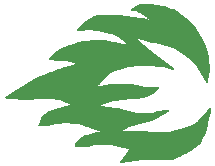
<source format=gbo>
%FSLAX23Y23*%
%MOIN*%
G70*
G01*
G75*
G04 Layer_Color=32896*
%ADD10R,0.118X0.059*%
%ADD11R,0.118X0.039*%
%ADD12R,0.031X0.035*%
%ADD13C,0.010*%
%ADD14C,0.060*%
%ADD15C,0.039*%
%ADD16C,0.236*%
%ADD17C,0.000*%
%ADD18C,0.000*%
%ADD19C,0.020*%
%ADD20C,0.059*%
%ADD21R,0.126X0.067*%
%ADD22R,0.126X0.047*%
%ADD23R,0.039X0.043*%
%ADD24C,0.068*%
%ADD25C,0.001*%
D25*
X409Y431D02*
Y432D01*
X410Y429D02*
Y432D01*
X411Y429D02*
Y432D01*
X411Y429D02*
Y433D01*
X412Y429D02*
Y433D01*
X412Y429D02*
Y433D01*
X413Y429D02*
Y434D01*
X414Y429D02*
Y435D01*
X414Y429D02*
Y435D01*
X415Y429D02*
Y435D01*
X415Y429D02*
Y435D01*
X416Y429D02*
Y436D01*
X417Y429D02*
Y436D01*
X417Y429D02*
Y436D01*
X418Y429D02*
Y437D01*
X418Y429D02*
Y437D01*
X419Y429D02*
Y438D01*
X420Y429D02*
Y438D01*
X420Y429D02*
Y438D01*
X421Y429D02*
Y439D01*
X421Y429D02*
Y439D01*
X422Y429D02*
Y439D01*
X423Y429D02*
Y440D01*
X423Y429D02*
Y441D01*
X424Y429D02*
Y441D01*
X424Y429D02*
Y441D01*
X425Y429D02*
Y441D01*
X426Y429D02*
Y442D01*
X426Y429D02*
Y442D01*
X427Y429D02*
Y442D01*
X427Y429D02*
Y443D01*
X428Y429D02*
Y444D01*
X429Y429D02*
Y444D01*
X429Y429D02*
Y444D01*
X430Y428D02*
Y444D01*
X430Y428D02*
Y445D01*
X431Y428D02*
Y445D01*
X432Y428D02*
Y445D01*
X432Y428D02*
Y446D01*
X433Y428D02*
Y447D01*
X433Y428D02*
Y447D01*
X434Y428D02*
Y447D01*
X435Y428D02*
Y447D01*
X435Y428D02*
Y448D01*
X436Y428D02*
Y448D01*
X436Y428D02*
Y448D01*
X437Y427D02*
Y449D01*
X438Y427D02*
Y450D01*
X438Y427D02*
Y450D01*
X439Y427D02*
Y450D01*
X439Y427D02*
Y451D01*
X440Y427D02*
Y451D01*
X441Y427D02*
Y451D01*
X441Y427D02*
Y451D01*
X442Y427D02*
Y452D01*
X442Y427D02*
Y453D01*
X443Y427D02*
Y453D01*
X444Y427D02*
Y453D01*
X444Y427D02*
Y454D01*
X445Y427D02*
Y454D01*
X445Y427D02*
Y454D01*
X446Y427D02*
Y454D01*
X447Y427D02*
Y455D01*
X447Y427D02*
Y456D01*
X448Y427D02*
Y456D01*
X448Y427D02*
Y456D01*
X449Y427D02*
Y457D01*
X450Y427D02*
Y457D01*
X450Y426D02*
Y457D01*
X451Y426D02*
Y457D01*
X451Y426D02*
Y458D01*
X452Y426D02*
Y459D01*
X453Y426D02*
Y459D01*
X453Y426D02*
Y459D01*
X454Y426D02*
Y460D01*
X454Y426D02*
Y460D01*
X455Y426D02*
Y460D01*
X456Y426D02*
Y460D01*
X456Y426D02*
Y461D01*
X457Y426D02*
Y462D01*
X457Y426D02*
Y462D01*
X458Y426D02*
Y462D01*
X459Y426D02*
Y463D01*
X459Y426D02*
Y463D01*
X460Y426D02*
Y463D01*
X460Y426D02*
Y464D01*
X461Y426D02*
Y464D01*
X462Y426D02*
Y465D01*
X462Y426D02*
Y465D01*
X463Y426D02*
Y465D01*
X463Y426D02*
Y466D01*
X464Y426D02*
Y466D01*
X465Y426D02*
Y466D01*
X465Y426D02*
Y467D01*
X466Y426D02*
Y467D01*
X466Y426D02*
Y468D01*
X467Y426D02*
Y468D01*
X468Y426D02*
Y468D01*
X468Y426D02*
Y469D01*
X469Y426D02*
Y469D01*
X469Y426D02*
Y469D01*
X470Y426D02*
Y470D01*
X471Y426D02*
Y470D01*
X471Y426D02*
Y471D01*
X472Y426D02*
Y471D01*
X472Y426D02*
Y471D01*
X473Y426D02*
Y472D01*
X474Y426D02*
Y472D01*
X474Y426D02*
Y472D01*
X475Y426D02*
Y473D01*
X475Y426D02*
Y473D01*
X476Y426D02*
Y474D01*
X477Y426D02*
Y474D01*
X477Y426D02*
Y474D01*
X478Y426D02*
Y475D01*
X478Y426D02*
Y475D01*
X479Y426D02*
Y475D01*
X480Y426D02*
Y476D01*
X480Y426D02*
Y476D01*
X481Y426D02*
Y477D01*
X481Y426D02*
Y477D01*
X482Y426D02*
Y477D01*
X483Y426D02*
Y478D01*
X483Y426D02*
Y478D01*
X484Y426D02*
Y478D01*
X484Y426D02*
Y479D01*
X485Y426D02*
Y479D01*
X486Y426D02*
Y480D01*
X486Y426D02*
Y480D01*
X487Y426D02*
Y480D01*
X487Y426D02*
Y481D01*
X488Y426D02*
Y481D01*
X489Y426D02*
Y481D01*
X489Y426D02*
Y482D01*
X490Y426D02*
Y482D01*
X490Y426D02*
Y483D01*
X491Y426D02*
Y483D01*
X492Y426D02*
Y483D01*
X492Y426D02*
Y484D01*
X493Y426D02*
Y484D01*
X493Y426D02*
Y484D01*
X494Y426D02*
Y485D01*
X495Y426D02*
Y485D01*
X495Y426D02*
Y486D01*
X496Y426D02*
Y486D01*
X496Y426D02*
Y486D01*
X497Y426D02*
Y487D01*
X498Y426D02*
Y487D01*
X498Y426D02*
Y487D01*
X499Y426D02*
Y488D01*
X499Y426D02*
Y488D01*
X500Y426D02*
Y489D01*
X501Y427D02*
Y489D01*
X501Y426D02*
Y489D01*
X502Y427D02*
Y490D01*
X502Y427D02*
Y490D01*
X503Y427D02*
Y490D01*
X504Y427D02*
Y491D01*
X504Y427D02*
Y491D01*
X505Y427D02*
Y492D01*
X505Y427D02*
Y492D01*
X506Y427D02*
Y492D01*
X507Y427D02*
Y493D01*
X507Y427D02*
Y493D01*
X508Y427D02*
Y493D01*
X508Y427D02*
Y494D01*
X509Y427D02*
Y495D01*
X510Y427D02*
Y495D01*
X510Y427D02*
Y495D01*
X511Y427D02*
Y495D01*
X511Y427D02*
Y496D01*
X512Y427D02*
Y496D01*
X513Y427D02*
Y496D01*
X513Y427D02*
Y496D01*
X514Y427D02*
Y496D01*
X514Y427D02*
Y496D01*
X515Y427D02*
Y497D01*
X516Y427D02*
Y497D01*
X516Y427D02*
Y498D01*
X517Y427D02*
Y498D01*
X517Y427D02*
Y498D01*
X518Y427D02*
Y498D01*
X519Y427D02*
Y498D01*
X519Y337D02*
Y339D01*
Y427D02*
Y498D01*
X520Y337D02*
Y340D01*
Y428D02*
Y499D01*
X520Y337D02*
Y340D01*
Y428D02*
Y499D01*
X521Y337D02*
Y341D01*
Y428D02*
Y499D01*
X522Y337D02*
Y342D01*
Y428D02*
Y499D01*
X522Y337D02*
Y343D01*
Y428D02*
Y499D01*
X523Y337D02*
Y345D01*
Y428D02*
Y500D01*
X523Y337D02*
Y346D01*
Y428D02*
Y500D01*
X524Y337D02*
Y348D01*
Y428D02*
Y500D01*
X525Y337D02*
Y349D01*
Y428D02*
Y501D01*
X525Y337D02*
Y351D01*
Y428D02*
Y501D01*
X526Y337D02*
Y352D01*
Y428D02*
Y501D01*
X526Y337D02*
Y354D01*
Y428D02*
Y501D01*
X527Y337D02*
Y355D01*
Y428D02*
Y501D01*
X528Y337D02*
Y357D01*
Y429D02*
Y502D01*
X528Y337D02*
Y359D01*
Y429D02*
Y502D01*
X529Y337D02*
Y361D01*
Y429D02*
Y502D01*
X529Y337D02*
Y363D01*
Y429D02*
Y502D01*
X530Y337D02*
Y364D01*
Y429D02*
Y502D01*
X531Y337D02*
Y365D01*
Y429D02*
Y503D01*
X531Y337D02*
Y366D01*
Y429D02*
Y503D01*
X532Y337D02*
Y366D01*
Y429D02*
Y503D01*
X532Y337D02*
Y367D01*
Y429D02*
Y504D01*
X533Y337D02*
Y367D01*
Y429D02*
Y504D01*
X534Y337D02*
Y368D01*
Y429D02*
Y504D01*
X534Y337D02*
Y369D01*
Y429D02*
Y504D01*
X535Y337D02*
Y369D01*
Y429D02*
Y504D01*
X535Y337D02*
Y370D01*
Y429D02*
Y505D01*
X536Y337D02*
Y370D01*
Y429D02*
Y505D01*
X537Y337D02*
Y371D01*
Y429D02*
Y505D01*
X537Y337D02*
Y372D01*
Y429D02*
Y505D01*
X538Y337D02*
Y372D01*
Y429D02*
Y505D01*
X538Y337D02*
Y373D01*
Y429D02*
Y506D01*
X539Y337D02*
Y373D01*
Y429D02*
Y506D01*
X540Y337D02*
Y374D01*
Y429D02*
Y506D01*
X540Y337D02*
Y375D01*
Y429D02*
Y507D01*
X541Y337D02*
Y375D01*
Y429D02*
Y507D01*
X541Y337D02*
Y375D01*
Y429D02*
Y507D01*
X542Y337D02*
Y376D01*
Y429D02*
Y507D01*
X543Y337D02*
Y376D01*
Y429D02*
Y507D01*
X543Y337D02*
Y376D01*
Y429D02*
Y507D01*
X544Y337D02*
Y377D01*
Y429D02*
Y508D01*
X544Y337D02*
Y377D01*
Y429D02*
Y508D01*
X545Y337D02*
Y378D01*
Y429D02*
Y508D01*
X546Y338D02*
Y378D01*
Y429D02*
Y508D01*
X546Y338D02*
Y378D01*
Y429D02*
Y508D01*
X547Y338D02*
Y379D01*
Y429D02*
Y509D01*
X547Y338D02*
Y379D01*
Y429D02*
Y509D01*
X548Y338D02*
Y379D01*
Y429D02*
Y509D01*
X549Y339D02*
Y380D01*
Y429D02*
Y510D01*
X549Y339D02*
Y381D01*
Y429D02*
Y510D01*
X550Y339D02*
Y381D01*
Y429D02*
Y510D01*
X550Y339D02*
Y381D01*
Y429D02*
Y510D01*
X551Y339D02*
Y382D01*
Y429D02*
Y510D01*
X552Y339D02*
Y382D01*
Y429D02*
Y511D01*
X552Y339D02*
Y382D01*
Y429D02*
Y511D01*
X553Y339D02*
Y383D01*
Y429D02*
Y511D01*
X553Y339D02*
Y383D01*
Y429D02*
Y511D01*
X554Y339D02*
Y384D01*
Y429D02*
Y511D01*
X555Y339D02*
Y384D01*
Y429D02*
Y512D01*
X555Y340D02*
Y384D01*
Y429D02*
Y512D01*
Y559D02*
Y561D01*
X556Y340D02*
Y385D01*
Y429D02*
Y512D01*
Y559D02*
Y561D01*
X556Y340D02*
Y385D01*
Y429D02*
Y513D01*
Y559D02*
Y562D01*
X557Y340D02*
Y385D01*
Y429D02*
Y513D01*
Y559D02*
Y562D01*
X558Y340D02*
Y385D01*
Y429D02*
Y513D01*
Y559D02*
Y563D01*
X558Y340D02*
Y386D01*
Y429D02*
Y513D01*
Y559D02*
Y564D01*
X559Y340D02*
Y386D01*
Y429D02*
Y513D01*
Y559D02*
Y564D01*
X559Y340D02*
Y386D01*
Y429D02*
Y514D01*
Y559D02*
Y565D01*
X560Y340D02*
Y387D01*
Y429D02*
Y514D01*
Y559D02*
Y565D01*
X561Y341D02*
Y387D01*
Y429D02*
Y514D01*
Y558D02*
Y566D01*
X561Y341D02*
Y387D01*
Y429D02*
Y514D01*
Y558D02*
Y567D01*
X562Y341D02*
Y387D01*
Y429D02*
Y514D01*
Y558D02*
Y567D01*
X562Y341D02*
Y387D01*
Y429D02*
Y514D01*
Y558D02*
Y568D01*
X563Y341D02*
Y387D01*
Y429D02*
Y515D01*
Y558D02*
Y568D01*
X564Y341D02*
Y387D01*
Y429D02*
Y515D01*
Y558D02*
Y569D01*
X564Y342D02*
Y388D01*
Y429D02*
Y516D01*
Y558D02*
Y570D01*
X565Y342D02*
Y388D01*
Y429D02*
Y516D01*
Y558D02*
Y570D01*
X565Y342D02*
Y388D01*
Y428D02*
Y516D01*
Y558D02*
Y571D01*
X566Y342D02*
Y388D01*
Y428D02*
Y516D01*
Y558D02*
Y571D01*
X567Y342D02*
Y388D01*
Y428D02*
Y516D01*
Y557D02*
Y572D01*
X567Y342D02*
Y388D01*
Y428D02*
Y517D01*
Y557D02*
Y573D01*
X568Y342D02*
Y388D01*
Y428D02*
Y517D01*
Y557D02*
Y573D01*
X568Y342D02*
Y389D01*
Y427D02*
Y517D01*
Y557D02*
Y574D01*
X569Y342D02*
Y389D01*
Y427D02*
Y517D01*
Y557D02*
Y574D01*
X570Y343D02*
Y389D01*
Y427D02*
Y517D01*
Y556D02*
Y575D01*
X570Y343D02*
Y390D01*
Y427D02*
Y517D01*
Y556D02*
Y576D01*
X571Y343D02*
Y390D01*
Y427D02*
Y518D01*
Y556D02*
Y576D01*
X571Y343D02*
Y390D01*
Y427D02*
Y518D01*
Y556D02*
Y577D01*
X572Y343D02*
Y390D01*
Y427D02*
Y518D01*
Y556D02*
Y577D01*
X573Y343D02*
Y390D01*
Y427D02*
Y519D01*
Y556D02*
Y578D01*
X573Y343D02*
Y390D01*
Y427D02*
Y519D01*
Y556D02*
Y579D01*
X574Y343D02*
Y390D01*
Y427D02*
Y519D01*
Y556D02*
Y579D01*
X574Y343D02*
Y391D01*
Y427D02*
Y519D01*
Y556D02*
Y579D01*
X575Y343D02*
Y391D01*
Y427D02*
Y519D01*
Y556D02*
Y580D01*
X576Y344D02*
Y391D01*
Y426D02*
Y520D01*
Y556D02*
Y580D01*
X576Y344D02*
Y391D01*
Y426D02*
Y520D01*
Y556D02*
Y580D01*
X577Y344D02*
Y391D01*
Y426D02*
Y520D01*
Y556D02*
Y581D01*
X577Y344D02*
Y391D01*
Y426D02*
Y520D01*
Y556D02*
Y582D01*
X578Y344D02*
Y391D01*
Y426D02*
Y520D01*
Y556D02*
Y582D01*
X579Y344D02*
Y392D01*
Y426D02*
Y521D01*
Y556D02*
Y582D01*
X579Y345D02*
Y392D01*
Y426D02*
Y521D01*
Y556D02*
Y583D01*
X580Y345D02*
Y392D01*
Y426D02*
Y521D01*
Y556D02*
Y583D01*
X580Y345D02*
Y393D01*
Y426D02*
Y522D01*
Y556D02*
Y583D01*
X581Y345D02*
Y393D01*
Y426D02*
Y522D01*
Y556D02*
Y584D01*
X582Y345D02*
Y393D01*
Y426D02*
Y522D01*
Y556D02*
Y585D01*
X582Y345D02*
Y393D01*
Y425D02*
Y522D01*
Y556D02*
Y585D01*
X583Y345D02*
Y393D01*
Y425D02*
Y522D01*
Y556D02*
Y585D01*
X583Y345D02*
Y393D01*
Y425D02*
Y523D01*
Y556D02*
Y586D01*
X584Y345D02*
Y393D01*
Y425D02*
Y523D01*
Y556D02*
Y586D01*
X585Y345D02*
Y394D01*
Y425D02*
Y523D01*
Y556D02*
Y586D01*
X585Y345D02*
Y394D01*
Y424D02*
Y523D01*
Y556D02*
Y587D01*
X586Y346D02*
Y394D01*
Y424D02*
Y523D01*
Y556D02*
Y588D01*
X586Y346D02*
Y394D01*
Y424D02*
Y524D01*
Y556D02*
Y588D01*
X587Y346D02*
Y394D01*
Y424D02*
Y524D01*
Y556D02*
Y588D01*
X588Y346D02*
Y394D01*
Y424D02*
Y524D01*
Y556D02*
Y589D01*
X588Y346D02*
Y394D01*
Y424D02*
Y525D01*
Y556D02*
Y589D01*
X589Y346D02*
Y395D01*
Y424D02*
Y525D01*
Y556D02*
Y589D01*
X589Y346D02*
Y395D01*
Y424D02*
Y525D01*
Y556D02*
Y590D01*
X590Y346D02*
Y395D01*
Y424D02*
Y525D01*
Y556D02*
Y591D01*
X591Y346D02*
Y396D01*
Y424D02*
Y525D01*
Y556D02*
Y591D01*
X591Y346D02*
Y396D01*
Y423D02*
Y526D01*
Y556D02*
Y591D01*
X592Y346D02*
Y396D01*
Y423D02*
Y526D01*
Y556D02*
Y592D01*
X592Y346D02*
Y396D01*
Y423D02*
Y526D01*
Y556D02*
Y592D01*
X593Y346D02*
Y396D01*
Y423D02*
Y526D01*
Y556D02*
Y592D01*
X594Y346D02*
Y396D01*
Y423D02*
Y526D01*
Y556D02*
Y593D01*
X594Y346D02*
Y396D01*
Y422D02*
Y526D01*
Y556D02*
Y594D01*
X595Y346D02*
Y397D01*
Y422D02*
Y527D01*
Y556D02*
Y594D01*
X595Y346D02*
Y397D01*
Y422D02*
Y527D01*
Y556D02*
Y594D01*
X596Y346D02*
Y397D01*
Y421D02*
Y528D01*
Y556D02*
Y594D01*
X597Y347D02*
Y397D01*
Y421D02*
Y528D01*
Y556D02*
Y594D01*
X597Y347D02*
Y397D01*
Y421D02*
Y528D01*
Y556D02*
Y595D01*
X598Y347D02*
Y397D01*
Y421D02*
Y528D01*
Y556D02*
Y595D01*
X598Y347D02*
Y397D01*
Y421D02*
Y528D01*
Y556D02*
Y595D01*
X599Y347D02*
Y398D01*
Y420D02*
Y528D01*
Y556D02*
Y595D01*
X600Y347D02*
Y398D01*
Y420D02*
Y529D01*
Y556D02*
Y595D01*
X600Y347D02*
Y398D01*
Y420D02*
Y529D01*
Y556D02*
Y596D01*
X601Y347D02*
Y399D01*
Y420D02*
Y529D01*
Y556D02*
Y596D01*
X601Y347D02*
Y399D01*
Y420D02*
Y529D01*
Y556D02*
Y596D01*
X602Y348D02*
Y399D01*
Y419D02*
Y529D01*
Y556D02*
Y597D01*
X603Y348D02*
Y399D01*
Y419D02*
Y530D01*
Y556D02*
Y597D01*
X603Y348D02*
Y399D01*
Y418D02*
Y530D01*
Y556D02*
Y597D01*
X604Y348D02*
Y399D01*
Y418D02*
Y530D01*
Y556D02*
Y597D01*
X604Y348D02*
Y399D01*
Y418D02*
Y531D01*
Y556D02*
Y597D01*
X605Y348D02*
Y400D01*
Y418D02*
Y531D01*
Y556D02*
Y598D01*
X606Y348D02*
Y400D01*
Y418D02*
Y531D01*
Y556D02*
Y598D01*
X606Y348D02*
Y400D01*
Y417D02*
Y531D01*
Y556D02*
Y598D01*
X607Y348D02*
Y400D01*
Y417D02*
Y531D01*
Y555D02*
Y598D01*
X607Y348D02*
Y400D01*
Y417D02*
Y531D01*
Y555D02*
Y598D01*
X608Y348D02*
Y400D01*
Y417D02*
Y531D01*
Y555D02*
Y598D01*
X609Y348D02*
Y400D01*
Y417D02*
Y531D01*
Y555D02*
Y599D01*
X609Y348D02*
Y400D01*
Y416D02*
Y532D01*
Y555D02*
Y599D01*
X610Y348D02*
Y400D01*
Y416D02*
Y532D01*
Y555D02*
Y600D01*
X610Y348D02*
Y400D01*
Y415D02*
Y532D01*
Y555D02*
Y600D01*
X611Y348D02*
Y401D01*
Y415D02*
Y532D01*
Y555D02*
Y600D01*
X612Y348D02*
Y401D01*
Y415D02*
Y532D01*
Y554D02*
Y600D01*
X612Y348D02*
Y401D01*
Y415D02*
Y532D01*
Y554D02*
Y600D01*
X613Y348D02*
Y401D01*
Y415D02*
Y532D01*
Y554D02*
Y600D01*
X613Y348D02*
Y402D01*
Y414D02*
Y532D01*
Y554D02*
Y601D01*
X614Y348D02*
Y402D01*
Y414D02*
Y533D01*
Y553D02*
Y601D01*
X615Y348D02*
Y402D01*
Y414D02*
Y533D01*
Y553D02*
Y601D01*
X615Y348D02*
Y402D01*
Y414D02*
Y533D01*
Y553D02*
Y601D01*
X616Y348D02*
Y402D01*
Y413D02*
Y534D01*
Y553D02*
Y601D01*
X616Y348D02*
Y402D01*
Y413D02*
Y534D01*
Y553D02*
Y602D01*
X617Y348D02*
Y402D01*
Y413D02*
Y534D01*
Y553D02*
Y602D01*
X618Y348D02*
Y402D01*
Y412D02*
Y534D01*
Y553D02*
Y602D01*
X618Y347D02*
Y402D01*
Y412D02*
Y534D01*
Y553D02*
Y603D01*
X619Y347D02*
Y402D01*
Y412D02*
Y534D01*
Y552D02*
Y603D01*
X619Y347D02*
Y403D01*
Y412D02*
Y534D01*
Y552D02*
Y603D01*
X620Y347D02*
Y403D01*
Y412D02*
Y534D01*
Y552D02*
Y603D01*
X621Y347D02*
Y403D01*
Y411D02*
Y535D01*
Y552D02*
Y603D01*
X621Y347D02*
Y403D01*
Y411D02*
Y535D01*
Y552D02*
Y603D01*
X622Y347D02*
Y403D01*
Y411D02*
Y535D01*
Y552D02*
Y604D01*
X622Y347D02*
Y403D01*
Y411D02*
Y535D01*
Y552D02*
Y604D01*
X623Y347D02*
Y403D01*
Y410D02*
Y535D01*
Y552D02*
Y604D01*
X624Y346D02*
Y403D01*
Y410D02*
Y535D01*
Y551D02*
Y604D01*
X624Y346D02*
Y403D01*
Y410D02*
Y535D01*
Y551D02*
Y604D01*
X625Y346D02*
Y403D01*
Y409D02*
Y535D01*
Y551D02*
Y604D01*
X625Y346D02*
Y404D01*
Y409D02*
Y536D01*
Y551D02*
Y605D01*
X626Y346D02*
Y404D01*
Y409D02*
Y536D01*
Y550D02*
Y605D01*
X627Y346D02*
Y404D01*
Y408D02*
Y536D01*
Y550D02*
Y605D01*
X627Y346D02*
Y404D01*
Y408D02*
Y537D01*
Y550D02*
Y606D01*
X628Y346D02*
Y404D01*
Y408D02*
Y537D01*
Y550D02*
Y606D01*
X628Y346D02*
Y405D01*
Y407D02*
Y537D01*
Y550D02*
Y606D01*
X629Y346D02*
Y405D01*
Y407D02*
Y537D01*
Y550D02*
Y606D01*
X630Y346D02*
Y405D01*
Y406D02*
Y537D01*
Y550D02*
Y606D01*
X630Y346D02*
Y405D01*
Y406D02*
Y537D01*
Y550D02*
Y606D01*
X631Y346D02*
Y405D01*
Y406D02*
Y537D01*
Y549D02*
Y607D01*
X631Y346D02*
Y537D01*
Y549D02*
Y607D01*
X632Y346D02*
Y538D01*
Y549D02*
Y607D01*
X633Y346D02*
Y538D01*
Y549D02*
Y607D01*
X633Y346D02*
Y538D01*
Y549D02*
Y607D01*
X634Y346D02*
Y538D01*
Y549D02*
Y607D01*
X634Y346D02*
Y538D01*
Y549D02*
Y608D01*
X635Y346D02*
Y538D01*
Y549D02*
Y608D01*
X636Y345D02*
Y538D01*
Y548D02*
Y608D01*
X636Y345D02*
Y538D01*
Y548D02*
Y609D01*
X637Y345D02*
Y539D01*
Y548D02*
Y609D01*
X637Y345D02*
Y539D01*
Y548D02*
Y609D01*
X638Y345D02*
Y539D01*
Y547D02*
Y609D01*
X639Y345D02*
Y540D01*
Y547D02*
Y609D01*
X639Y345D02*
Y540D01*
Y547D02*
Y609D01*
X640Y267D02*
Y272D01*
Y345D02*
Y540D01*
Y547D02*
Y610D01*
X640Y267D02*
Y273D01*
Y345D02*
Y540D01*
Y547D02*
Y610D01*
X641Y267D02*
Y274D01*
Y345D02*
Y540D01*
Y547D02*
Y610D01*
X642Y267D02*
Y275D01*
Y345D02*
Y540D01*
Y547D02*
Y610D01*
X642Y267D02*
Y276D01*
Y345D02*
Y540D01*
Y546D02*
Y610D01*
X643Y267D02*
Y277D01*
Y345D02*
Y540D01*
Y546D02*
Y610D01*
X643Y267D02*
Y277D01*
Y345D02*
Y541D01*
Y546D02*
Y611D01*
X644Y267D02*
Y279D01*
Y345D02*
Y541D01*
Y546D02*
Y611D01*
X645Y267D02*
Y279D01*
Y344D02*
Y541D01*
Y546D02*
Y611D01*
X645Y267D02*
Y280D01*
Y344D02*
Y541D01*
Y546D02*
Y612D01*
X646Y267D02*
Y281D01*
Y344D02*
Y541D01*
Y546D02*
Y612D01*
X646Y267D02*
Y282D01*
Y344D02*
Y541D01*
Y545D02*
Y612D01*
X647Y267D02*
Y282D01*
Y344D02*
Y541D01*
Y545D02*
Y612D01*
X648Y267D02*
Y283D01*
Y344D02*
Y541D01*
Y545D02*
Y612D01*
X648Y267D02*
Y283D01*
Y344D02*
Y542D01*
Y544D02*
Y612D01*
X649Y267D02*
Y284D01*
Y344D02*
Y542D01*
Y544D02*
Y613D01*
X649Y267D02*
Y285D01*
Y343D02*
Y542D01*
Y544D02*
Y613D01*
Y655D02*
Y658D01*
X650Y267D02*
Y285D01*
Y343D02*
Y542D01*
Y544D02*
Y613D01*
Y655D02*
Y658D01*
X651Y267D02*
Y286D01*
Y343D02*
Y543D01*
Y544D02*
Y613D01*
Y655D02*
Y659D01*
X651Y267D02*
Y286D01*
Y343D02*
Y543D01*
Y544D02*
Y613D01*
Y655D02*
Y660D01*
X652Y267D02*
Y287D01*
Y343D02*
Y543D01*
Y544D02*
Y613D01*
Y655D02*
Y660D01*
X652Y267D02*
Y288D01*
Y343D02*
Y613D01*
Y655D02*
Y661D01*
X653Y267D02*
Y288D01*
Y343D02*
Y614D01*
Y655D02*
Y661D01*
X654Y267D02*
Y289D01*
Y343D02*
Y614D01*
Y655D02*
Y661D01*
X654Y267D02*
Y289D01*
Y343D02*
Y614D01*
Y655D02*
Y663D01*
X655Y267D02*
Y290D01*
Y343D02*
Y614D01*
Y655D02*
Y663D01*
X655Y267D02*
Y291D01*
Y343D02*
Y615D01*
Y655D02*
Y664D01*
X656Y267D02*
Y291D01*
Y343D02*
Y615D01*
Y655D02*
Y664D01*
X657Y267D02*
Y291D01*
Y343D02*
Y615D01*
Y655D02*
Y665D01*
X657Y267D02*
Y292D01*
Y342D02*
Y615D01*
Y655D02*
Y666D01*
X658Y267D02*
Y292D01*
Y342D02*
Y615D01*
Y655D02*
Y666D01*
X658Y267D02*
Y293D01*
Y342D02*
Y615D01*
Y655D02*
Y666D01*
X659Y267D02*
Y294D01*
Y342D02*
Y616D01*
Y655D02*
Y667D01*
X660Y267D02*
Y294D01*
Y342D02*
Y616D01*
Y655D02*
Y668D01*
X660Y267D02*
Y294D01*
Y342D02*
Y616D01*
Y655D02*
Y669D01*
X661Y267D02*
Y295D01*
Y342D02*
Y616D01*
Y655D02*
Y669D01*
X661Y267D02*
Y295D01*
Y341D02*
Y616D01*
Y655D02*
Y670D01*
X662Y267D02*
Y296D01*
Y341D02*
Y616D01*
Y655D02*
Y670D01*
X663Y267D02*
Y296D01*
Y341D02*
Y616D01*
Y655D02*
Y671D01*
X663Y267D02*
Y297D01*
Y340D02*
Y617D01*
Y655D02*
Y671D01*
X664Y267D02*
Y297D01*
Y340D02*
Y617D01*
Y655D02*
Y672D01*
X664Y267D02*
Y298D01*
Y340D02*
Y617D01*
Y655D02*
Y673D01*
X665Y267D02*
Y298D01*
Y340D02*
Y618D01*
Y656D02*
Y673D01*
X666Y267D02*
Y298D01*
Y340D02*
Y618D01*
Y656D02*
Y674D01*
X666Y267D02*
Y299D01*
Y340D02*
Y618D01*
Y656D02*
Y675D01*
X667Y267D02*
Y300D01*
Y339D02*
Y618D01*
Y656D02*
Y675D01*
X667Y267D02*
Y300D01*
Y339D02*
Y618D01*
Y656D02*
Y676D01*
X668Y267D02*
Y301D01*
Y339D02*
Y618D01*
Y656D02*
Y676D01*
X669Y267D02*
Y301D01*
Y339D02*
Y618D01*
Y656D02*
Y677D01*
X669Y267D02*
Y301D01*
Y339D02*
Y619D01*
Y656D02*
Y678D01*
X670Y267D02*
Y301D01*
Y339D02*
Y619D01*
Y656D02*
Y678D01*
X670Y267D02*
Y302D01*
Y338D02*
Y619D01*
Y656D02*
Y679D01*
X671Y267D02*
Y302D01*
Y338D02*
Y619D01*
Y656D02*
Y679D01*
X672Y267D02*
Y302D01*
Y338D02*
Y619D01*
Y656D02*
Y680D01*
X672Y267D02*
Y303D01*
Y337D02*
Y619D01*
Y656D02*
Y681D01*
X673Y267D02*
Y303D01*
Y337D02*
Y619D01*
Y656D02*
Y681D01*
X673Y267D02*
Y303D01*
Y337D02*
Y619D01*
Y657D02*
Y681D01*
X674Y267D02*
Y303D01*
Y337D02*
Y619D01*
Y657D02*
Y682D01*
X675Y267D02*
Y303D01*
Y337D02*
Y619D01*
Y657D02*
Y682D01*
X675Y267D02*
Y303D01*
Y336D02*
Y619D01*
Y657D02*
Y682D01*
X676Y267D02*
Y303D01*
Y336D02*
Y619D01*
Y657D02*
Y683D01*
X676Y267D02*
Y304D01*
Y336D02*
Y619D01*
Y657D02*
Y684D01*
X677Y267D02*
Y304D01*
Y336D02*
Y619D01*
Y657D02*
Y684D01*
X678Y267D02*
Y304D01*
Y336D02*
Y619D01*
Y657D02*
Y684D01*
X678Y267D02*
Y304D01*
Y336D02*
Y619D01*
Y657D02*
Y685D01*
X679Y267D02*
Y304D01*
Y335D02*
Y619D01*
Y657D02*
Y685D01*
X679Y267D02*
Y304D01*
Y335D02*
Y619D01*
Y657D02*
Y686D01*
X680Y268D02*
Y304D01*
Y335D02*
Y619D01*
Y657D02*
Y686D01*
X681Y268D02*
Y305D01*
Y334D02*
Y619D01*
Y657D02*
Y687D01*
X681Y268D02*
Y305D01*
Y334D02*
Y619D01*
Y657D02*
Y687D01*
X682Y268D02*
Y305D01*
Y334D02*
Y619D01*
Y657D02*
Y688D01*
X682Y268D02*
Y305D01*
Y334D02*
Y619D01*
Y657D02*
Y688D01*
X683Y268D02*
Y306D01*
Y334D02*
Y619D01*
Y657D02*
Y688D01*
X684Y268D02*
Y306D01*
Y334D02*
Y619D01*
Y657D02*
Y689D01*
X684Y268D02*
Y306D01*
Y333D02*
Y619D01*
Y657D02*
Y689D01*
X685Y269D02*
Y306D01*
Y333D02*
Y619D01*
Y657D02*
Y690D01*
X685Y269D02*
Y306D01*
Y333D02*
Y619D01*
Y657D02*
Y690D01*
X686Y269D02*
Y306D01*
Y333D02*
Y619D01*
Y657D02*
Y690D01*
X687Y269D02*
Y306D01*
Y333D02*
Y619D01*
Y657D02*
Y691D01*
X687Y270D02*
Y307D01*
Y333D02*
Y619D01*
Y657D02*
Y691D01*
X688Y270D02*
Y307D01*
Y332D02*
Y619D01*
Y657D02*
Y691D01*
X688Y270D02*
Y307D01*
Y332D02*
Y619D01*
Y657D02*
Y692D01*
X689Y270D02*
Y307D01*
Y331D02*
Y619D01*
Y657D02*
Y692D01*
X690Y270D02*
Y307D01*
Y331D02*
Y619D01*
Y658D02*
Y693D01*
X690Y270D02*
Y307D01*
Y331D02*
Y619D01*
Y657D02*
Y693D01*
X691Y270D02*
Y307D01*
Y331D02*
Y620D01*
Y657D02*
Y693D01*
X691Y270D02*
Y308D01*
Y331D02*
Y620D01*
Y657D02*
Y694D01*
X692Y271D02*
Y308D01*
Y331D02*
Y620D01*
Y657D02*
Y694D01*
X693Y271D02*
Y308D01*
Y330D02*
Y620D01*
Y657D02*
Y694D01*
X693Y271D02*
Y309D01*
Y330D02*
Y620D01*
Y657D02*
Y694D01*
X694Y271D02*
Y309D01*
Y330D02*
Y620D01*
Y657D02*
Y695D01*
X694Y271D02*
Y309D01*
Y330D02*
Y621D01*
Y657D02*
Y696D01*
X695Y271D02*
Y309D01*
Y330D02*
Y621D01*
Y657D02*
Y696D01*
X696Y271D02*
Y309D01*
Y330D02*
Y621D01*
Y657D02*
Y696D01*
X696Y271D02*
Y309D01*
Y329D02*
Y621D01*
Y657D02*
Y696D01*
X697Y272D02*
Y309D01*
Y329D02*
Y621D01*
Y657D02*
Y697D01*
X697Y272D02*
Y310D01*
Y329D02*
Y621D01*
Y657D02*
Y697D01*
X698Y272D02*
Y310D01*
Y328D02*
Y621D01*
Y657D02*
Y697D01*
X699Y272D02*
Y310D01*
Y328D02*
Y621D01*
Y657D02*
Y698D01*
X699Y273D02*
Y310D01*
Y328D02*
Y621D01*
Y657D02*
Y698D01*
X700Y273D02*
Y310D01*
Y328D02*
Y621D01*
Y657D02*
Y698D01*
X700Y273D02*
Y310D01*
Y328D02*
Y621D01*
Y657D02*
Y699D01*
X701Y273D02*
Y310D01*
Y328D02*
Y621D01*
Y656D02*
Y699D01*
X702Y273D02*
Y311D01*
Y327D02*
Y622D01*
Y656D02*
Y699D01*
X702Y273D02*
Y311D01*
Y327D02*
Y622D01*
Y656D02*
Y699D01*
X703Y273D02*
Y311D01*
Y327D02*
Y622D01*
Y656D02*
Y699D01*
X703Y273D02*
Y311D01*
Y327D02*
Y622D01*
Y656D02*
Y700D01*
X704Y273D02*
Y312D01*
Y327D02*
Y622D01*
Y656D02*
Y700D01*
X705Y273D02*
Y312D01*
Y326D02*
Y622D01*
Y656D02*
Y700D01*
X705Y273D02*
Y312D01*
Y326D02*
Y622D01*
Y656D02*
Y700D01*
X706Y273D02*
Y312D01*
Y326D02*
Y622D01*
Y656D02*
Y700D01*
X706Y273D02*
Y312D01*
Y325D02*
Y622D01*
Y655D02*
Y701D01*
X707Y273D02*
Y312D01*
Y325D02*
Y622D01*
Y655D02*
Y701D01*
X708Y273D02*
Y312D01*
Y325D02*
Y622D01*
Y655D02*
Y702D01*
X708Y273D02*
Y313D01*
Y325D02*
Y622D01*
Y655D02*
Y702D01*
X709Y273D02*
Y313D01*
Y325D02*
Y622D01*
Y655D02*
Y702D01*
X709Y273D02*
Y313D01*
Y325D02*
Y622D01*
Y655D02*
Y702D01*
X710Y273D02*
Y313D01*
Y324D02*
Y463D01*
Y465D02*
Y622D01*
Y655D02*
Y702D01*
X711Y273D02*
Y313D01*
Y324D02*
Y464D01*
Y465D02*
Y622D01*
Y655D02*
Y703D01*
X711Y273D02*
Y313D01*
Y324D02*
Y464D01*
Y466D02*
Y622D01*
Y655D02*
Y703D01*
X712Y273D02*
Y313D01*
Y324D02*
Y465D01*
Y467D02*
Y622D01*
Y655D02*
Y703D01*
X712Y273D02*
Y314D01*
Y324D02*
Y465D01*
Y468D02*
Y622D01*
Y655D02*
Y703D01*
X713Y273D02*
Y314D01*
Y324D02*
Y465D01*
Y468D02*
Y622D01*
Y655D02*
Y703D01*
X714Y273D02*
Y314D01*
Y323D02*
Y465D01*
Y469D02*
Y622D01*
Y655D02*
Y703D01*
X714Y273D02*
Y314D01*
Y323D02*
Y400D01*
Y400D02*
Y466D01*
Y470D02*
Y622D01*
Y655D02*
Y703D01*
X715Y273D02*
Y315D01*
Y322D02*
Y400D01*
Y401D02*
Y466D01*
Y471D02*
Y622D01*
Y655D02*
Y704D01*
X715Y273D02*
Y315D01*
Y322D02*
Y400D01*
Y402D02*
Y466D01*
Y471D02*
Y622D01*
Y655D02*
Y704D01*
X716Y273D02*
Y315D01*
Y322D02*
Y400D01*
Y402D02*
Y466D01*
Y472D02*
Y622D01*
Y655D02*
Y704D01*
X717Y273D02*
Y315D01*
Y322D02*
Y400D01*
Y402D02*
Y466D01*
Y473D02*
Y622D01*
Y654D02*
Y704D01*
X717Y273D02*
Y315D01*
Y322D02*
Y400D01*
Y403D02*
Y466D01*
Y474D02*
Y622D01*
Y654D02*
Y704D01*
X718Y273D02*
Y315D01*
Y322D02*
Y400D01*
Y403D02*
Y467D01*
Y474D02*
Y622D01*
Y654D02*
Y704D01*
X718Y273D02*
Y315D01*
Y321D02*
Y400D01*
Y403D02*
Y467D01*
Y475D02*
Y622D01*
Y654D02*
Y705D01*
X719Y273D02*
Y315D01*
Y321D02*
Y400D01*
Y404D02*
Y467D01*
Y475D02*
Y622D01*
Y654D02*
Y705D01*
X720Y273D02*
Y316D01*
Y321D02*
Y400D01*
Y404D02*
Y467D01*
Y476D02*
Y622D01*
Y654D02*
Y705D01*
X720Y273D02*
Y316D01*
Y321D02*
Y400D01*
Y405D02*
Y467D01*
Y477D02*
Y622D01*
Y654D02*
Y705D01*
X721Y273D02*
Y316D01*
Y321D02*
Y400D01*
Y405D02*
Y467D01*
Y477D02*
Y622D01*
Y654D02*
Y705D01*
X721Y273D02*
Y316D01*
Y321D02*
Y400D01*
Y405D02*
Y468D01*
Y478D02*
Y622D01*
Y654D02*
Y705D01*
X722Y273D02*
Y316D01*
Y320D02*
Y400D01*
Y406D02*
Y468D01*
Y478D02*
Y622D01*
Y653D02*
Y705D01*
X723Y273D02*
Y316D01*
Y320D02*
Y400D01*
Y406D02*
Y468D01*
Y480D02*
Y622D01*
Y653D02*
Y705D01*
X723Y273D02*
Y316D01*
Y320D02*
Y400D01*
Y406D02*
Y468D01*
Y480D02*
Y622D01*
Y653D02*
Y705D01*
X724Y273D02*
Y316D01*
Y319D02*
Y400D01*
Y406D02*
Y468D01*
Y481D02*
Y622D01*
Y653D02*
Y705D01*
X724Y273D02*
Y317D01*
Y319D02*
Y400D01*
Y407D02*
Y468D01*
Y481D02*
Y622D01*
Y652D02*
Y705D01*
X725Y273D02*
Y317D01*
Y319D02*
Y400D01*
Y407D02*
Y468D01*
Y482D02*
Y622D01*
Y652D02*
Y705D01*
X726Y273D02*
Y317D01*
Y319D02*
Y400D01*
Y407D02*
Y468D01*
Y483D02*
Y622D01*
Y652D02*
Y706D01*
X726Y273D02*
Y317D01*
Y319D02*
Y400D01*
Y408D02*
Y468D01*
Y483D02*
Y622D01*
Y652D02*
Y706D01*
X727Y273D02*
Y318D01*
Y319D02*
Y400D01*
Y408D02*
Y468D01*
Y484D02*
Y622D01*
Y652D02*
Y706D01*
X727Y273D02*
Y318D01*
Y318D02*
Y400D01*
Y408D02*
Y468D01*
Y484D02*
Y622D01*
Y652D02*
Y706D01*
X728Y273D02*
Y318D01*
Y318D02*
Y400D01*
Y408D02*
Y469D01*
Y485D02*
Y622D01*
Y652D02*
Y706D01*
X729Y273D02*
Y400D01*
Y408D02*
Y469D01*
Y486D02*
Y622D01*
Y652D02*
Y706D01*
X729Y273D02*
Y400D01*
Y408D02*
Y469D01*
Y487D02*
Y622D01*
Y652D02*
Y706D01*
X730Y273D02*
Y400D01*
Y409D02*
Y469D01*
Y487D02*
Y622D01*
Y651D02*
Y706D01*
X730Y273D02*
Y400D01*
Y409D02*
Y469D01*
Y488D02*
Y622D01*
Y651D02*
Y706D01*
X731Y273D02*
Y400D01*
Y409D02*
Y469D01*
Y489D02*
Y622D01*
Y651D02*
Y706D01*
X732Y273D02*
Y400D01*
Y409D02*
Y469D01*
Y489D02*
Y622D01*
Y651D02*
Y706D01*
X732Y273D02*
Y400D01*
Y409D02*
Y469D01*
Y490D02*
Y621D01*
Y651D02*
Y706D01*
X733Y273D02*
Y400D01*
Y409D02*
Y469D01*
Y490D02*
Y621D01*
Y651D02*
Y706D01*
X733Y273D02*
Y400D01*
Y410D02*
Y469D01*
Y491D02*
Y621D01*
Y651D02*
Y706D01*
X734Y273D02*
Y400D01*
Y410D02*
Y469D01*
Y492D02*
Y621D01*
Y651D02*
Y706D01*
X735Y273D02*
Y400D01*
Y410D02*
Y470D01*
Y493D02*
Y621D01*
Y651D02*
Y706D01*
X735Y273D02*
Y400D01*
Y411D02*
Y470D01*
Y493D02*
Y621D01*
Y651D02*
Y706D01*
X736Y273D02*
Y400D01*
Y411D02*
Y470D01*
Y494D02*
Y621D01*
Y650D02*
Y706D01*
X736Y273D02*
Y400D01*
Y411D02*
Y470D01*
Y495D02*
Y621D01*
Y650D02*
Y706D01*
X737Y273D02*
Y400D01*
Y411D02*
Y470D01*
Y495D02*
Y621D01*
Y650D02*
Y706D01*
X738Y273D02*
Y400D01*
Y411D02*
Y471D01*
Y496D02*
Y621D01*
Y650D02*
Y706D01*
X738Y273D02*
Y400D01*
Y411D02*
Y471D01*
Y496D02*
Y621D01*
Y649D02*
Y706D01*
X739Y273D02*
Y400D01*
Y412D02*
Y471D01*
Y497D02*
Y621D01*
Y649D02*
Y706D01*
X739Y273D02*
Y399D01*
Y412D02*
Y471D01*
Y498D02*
Y621D01*
Y649D02*
Y706D01*
X740Y273D02*
Y399D01*
Y412D02*
Y471D01*
Y498D02*
Y621D01*
Y649D02*
Y706D01*
X741Y273D02*
Y399D01*
Y412D02*
Y471D01*
Y499D02*
Y620D01*
Y649D02*
Y706D01*
X741Y273D02*
Y399D01*
Y412D02*
Y471D01*
Y500D02*
Y620D01*
Y649D02*
Y706D01*
X742Y273D02*
Y399D01*
Y412D02*
Y471D01*
Y501D02*
Y620D01*
Y649D02*
Y706D01*
X742Y273D02*
Y399D01*
Y413D02*
Y471D01*
Y501D02*
Y620D01*
Y649D02*
Y706D01*
X743Y273D02*
Y399D01*
Y413D02*
Y471D01*
Y502D02*
Y620D01*
Y649D02*
Y706D01*
X744Y273D02*
Y399D01*
Y413D02*
Y471D01*
Y502D02*
Y620D01*
Y648D02*
Y706D01*
X744Y273D02*
Y399D01*
Y414D02*
Y472D01*
Y503D02*
Y620D01*
Y648D02*
Y706D01*
X745Y273D02*
Y399D01*
Y414D02*
Y472D01*
Y503D02*
Y619D01*
Y648D02*
Y706D01*
X745Y273D02*
Y399D01*
Y414D02*
Y472D01*
Y504D02*
Y619D01*
Y648D02*
Y706D01*
X746Y273D02*
Y399D01*
Y414D02*
Y472D01*
Y504D02*
Y619D01*
Y648D02*
Y706D01*
X747Y273D02*
Y399D01*
Y414D02*
Y472D01*
Y505D02*
Y619D01*
Y648D02*
Y706D01*
X747Y273D02*
Y399D01*
Y414D02*
Y472D01*
Y505D02*
Y619D01*
Y648D02*
Y706D01*
X748Y273D02*
Y399D01*
Y415D02*
Y472D01*
Y505D02*
Y619D01*
Y648D02*
Y706D01*
X748Y273D02*
Y398D01*
Y415D02*
Y472D01*
Y506D02*
Y619D01*
Y648D02*
Y706D01*
X749Y273D02*
Y398D01*
Y415D02*
Y472D01*
Y507D02*
Y619D01*
Y647D02*
Y706D01*
X750Y273D02*
Y398D01*
Y415D02*
Y472D01*
Y507D02*
Y619D01*
Y647D02*
Y706D01*
X750Y273D02*
Y398D01*
Y415D02*
Y472D01*
Y508D02*
Y618D01*
Y647D02*
Y706D01*
X751Y273D02*
Y398D01*
Y415D02*
Y472D01*
Y508D02*
Y618D01*
Y647D02*
Y706D01*
X751Y273D02*
Y398D01*
Y416D02*
Y473D01*
Y508D02*
Y618D01*
Y646D02*
Y706D01*
X752Y273D02*
Y398D01*
Y416D02*
Y473D01*
Y509D02*
Y618D01*
Y646D02*
Y706D01*
X753Y273D02*
Y397D01*
Y416D02*
Y473D01*
Y510D02*
Y618D01*
Y646D02*
Y706D01*
X753Y273D02*
Y397D01*
Y417D02*
Y473D01*
Y510D02*
Y618D01*
Y646D02*
Y706D01*
X754Y273D02*
Y397D01*
Y417D02*
Y473D01*
Y510D02*
Y618D01*
Y646D02*
Y706D01*
X754Y273D02*
Y397D01*
Y417D02*
Y473D01*
Y511D02*
Y618D01*
Y646D02*
Y706D01*
X755Y273D02*
Y397D01*
Y417D02*
Y473D01*
Y511D02*
Y618D01*
Y646D02*
Y706D01*
X756Y273D02*
Y397D01*
Y417D02*
Y474D01*
Y512D02*
Y618D01*
Y646D02*
Y706D01*
X756Y273D02*
Y397D01*
Y417D02*
Y474D01*
Y513D02*
Y617D01*
Y646D02*
Y706D01*
X757Y273D02*
Y397D01*
Y418D02*
Y474D01*
Y513D02*
Y617D01*
Y645D02*
Y706D01*
X757Y273D02*
Y397D01*
Y418D02*
Y474D01*
Y513D02*
Y617D01*
Y645D02*
Y706D01*
X758Y273D02*
Y397D01*
Y418D02*
Y474D01*
Y514D02*
Y617D01*
Y645D02*
Y706D01*
X759Y273D02*
Y397D01*
Y418D02*
Y474D01*
Y514D02*
Y617D01*
Y645D02*
Y706D01*
X759Y273D02*
Y397D01*
Y418D02*
Y474D01*
Y514D02*
Y616D01*
Y645D02*
Y706D01*
X760Y273D02*
Y397D01*
Y418D02*
Y474D01*
Y514D02*
Y616D01*
Y645D02*
Y706D01*
X760Y273D02*
Y397D01*
Y418D02*
Y474D01*
Y515D02*
Y616D01*
Y645D02*
Y706D01*
X761Y273D02*
Y397D01*
Y418D02*
Y474D01*
Y515D02*
Y616D01*
Y645D02*
Y706D01*
X762Y273D02*
Y396D01*
Y419D02*
Y474D01*
Y516D02*
Y616D01*
Y645D02*
Y706D01*
X762Y273D02*
Y396D01*
Y419D02*
Y474D01*
Y516D02*
Y616D01*
Y644D02*
Y706D01*
X763Y273D02*
Y396D01*
Y419D02*
Y474D01*
Y516D02*
Y616D01*
Y644D02*
Y706D01*
X763Y273D02*
Y396D01*
Y419D02*
Y474D01*
Y516D02*
Y616D01*
Y644D02*
Y706D01*
X764Y273D02*
Y396D01*
Y420D02*
Y474D01*
Y517D02*
Y616D01*
Y644D02*
Y706D01*
X765Y273D02*
Y396D01*
Y420D02*
Y475D01*
Y517D02*
Y616D01*
Y644D02*
Y706D01*
X765Y273D02*
Y396D01*
Y420D02*
Y475D01*
Y517D02*
Y615D01*
Y643D02*
Y706D01*
X766Y273D02*
Y396D01*
Y420D02*
Y475D01*
Y517D02*
Y615D01*
Y643D02*
Y706D01*
X766Y273D02*
Y396D01*
Y420D02*
Y475D01*
Y518D02*
Y615D01*
Y643D02*
Y706D01*
X767Y273D02*
Y396D01*
Y420D02*
Y475D01*
Y518D02*
Y615D01*
Y643D02*
Y706D01*
X768Y273D02*
Y396D01*
Y420D02*
Y475D01*
Y519D02*
Y615D01*
Y643D02*
Y706D01*
X768Y272D02*
Y396D01*
Y420D02*
Y475D01*
Y519D02*
Y615D01*
Y643D02*
Y706D01*
X769Y272D02*
Y396D01*
Y420D02*
Y475D01*
Y519D02*
Y615D01*
Y642D02*
Y706D01*
X769Y272D02*
Y396D01*
Y421D02*
Y475D01*
Y519D02*
Y615D01*
Y642D02*
Y706D01*
X770Y272D02*
Y396D01*
Y421D02*
Y475D01*
Y520D02*
Y615D01*
Y642D02*
Y706D01*
X771Y272D02*
Y395D01*
Y421D02*
Y475D01*
Y520D02*
Y614D01*
Y642D02*
Y706D01*
X771Y271D02*
Y395D01*
Y421D02*
Y475D01*
Y520D02*
Y614D01*
Y641D02*
Y706D01*
X772Y271D02*
Y395D01*
Y421D02*
Y475D01*
Y520D02*
Y614D01*
Y640D02*
Y706D01*
X772Y271D02*
Y395D01*
Y421D02*
Y475D01*
Y521D02*
Y614D01*
Y640D02*
Y706D01*
X773Y271D02*
Y395D01*
Y421D02*
Y475D01*
Y521D02*
Y614D01*
Y640D02*
Y706D01*
X774Y271D02*
Y395D01*
Y421D02*
Y475D01*
Y522D02*
Y613D01*
Y640D02*
Y706D01*
X774Y271D02*
Y395D01*
Y421D02*
Y475D01*
Y522D02*
Y613D01*
Y639D02*
Y706D01*
X775Y271D02*
Y395D01*
Y421D02*
Y475D01*
Y522D02*
Y613D01*
Y639D02*
Y706D01*
X775Y271D02*
Y394D01*
Y421D02*
Y475D01*
Y522D02*
Y613D01*
Y639D02*
Y705D01*
X776Y271D02*
Y394D01*
Y421D02*
Y475D01*
Y522D02*
Y613D01*
Y638D02*
Y705D01*
X777Y270D02*
Y394D01*
Y421D02*
Y475D01*
Y522D02*
Y613D01*
Y638D02*
Y705D01*
X777Y270D02*
Y394D01*
Y421D02*
Y475D01*
Y523D02*
Y613D01*
Y637D02*
Y705D01*
X778Y270D02*
Y394D01*
Y421D02*
Y475D01*
Y523D02*
Y613D01*
Y637D02*
Y705D01*
X778Y270D02*
Y394D01*
Y421D02*
Y475D01*
Y523D02*
Y613D01*
Y637D02*
Y705D01*
X779Y270D02*
Y394D01*
Y421D02*
Y475D01*
Y523D02*
Y612D01*
Y637D02*
Y705D01*
X780Y270D02*
Y394D01*
Y422D02*
Y475D01*
Y523D02*
Y612D01*
Y636D02*
Y705D01*
X780Y270D02*
Y394D01*
Y422D02*
Y475D01*
Y523D02*
Y612D01*
Y636D02*
Y705D01*
X781Y270D02*
Y394D01*
Y422D02*
Y475D01*
Y523D02*
Y612D01*
Y636D02*
Y705D01*
X781Y270D02*
Y394D01*
Y422D02*
Y475D01*
Y524D02*
Y612D01*
Y635D02*
Y705D01*
X782Y270D02*
Y394D01*
Y422D02*
Y475D01*
Y524D02*
Y612D01*
Y635D02*
Y705D01*
X783Y269D02*
Y393D01*
Y422D02*
Y475D01*
Y524D02*
Y612D01*
Y634D02*
Y705D01*
X783Y269D02*
Y393D01*
Y422D02*
Y475D01*
Y524D02*
Y612D01*
Y634D02*
Y705D01*
X784Y269D02*
Y393D01*
Y422D02*
Y475D01*
Y525D02*
Y612D01*
Y634D02*
Y705D01*
X784Y269D02*
Y393D01*
Y422D02*
Y475D01*
Y525D02*
Y612D01*
Y633D02*
Y704D01*
X785Y268D02*
Y393D01*
Y422D02*
Y475D01*
Y525D02*
Y611D01*
Y633D02*
Y704D01*
X786Y268D02*
Y393D01*
Y423D02*
Y475D01*
Y525D02*
Y611D01*
Y633D02*
Y704D01*
X786Y268D02*
Y393D01*
Y423D02*
Y475D01*
Y525D02*
Y611D01*
Y633D02*
Y704D01*
X787Y268D02*
Y393D01*
Y423D02*
Y475D01*
Y525D02*
Y611D01*
Y632D02*
Y704D01*
X787Y268D02*
Y392D01*
Y423D02*
Y475D01*
Y525D02*
Y610D01*
Y632D02*
Y704D01*
X788Y268D02*
Y392D01*
Y423D02*
Y475D01*
Y526D02*
Y610D01*
Y631D02*
Y704D01*
X789Y268D02*
Y392D01*
Y423D02*
Y475D01*
Y526D02*
Y610D01*
Y631D02*
Y704D01*
X789Y268D02*
Y392D01*
Y423D02*
Y475D01*
Y526D02*
Y610D01*
Y631D02*
Y704D01*
X790Y268D02*
Y391D01*
Y423D02*
Y475D01*
Y526D02*
Y610D01*
Y630D02*
Y703D01*
X790Y268D02*
Y316D01*
Y316D02*
Y391D01*
Y423D02*
Y475D01*
Y526D02*
Y610D01*
Y630D02*
Y703D01*
X791Y267D02*
Y316D01*
Y317D02*
Y391D01*
Y423D02*
Y475D01*
Y526D02*
Y610D01*
Y630D02*
Y703D01*
X792Y267D02*
Y316D01*
Y318D02*
Y391D01*
Y423D02*
Y475D01*
Y526D02*
Y610D01*
Y629D02*
Y703D01*
X792Y267D02*
Y316D01*
Y318D02*
Y391D01*
Y423D02*
Y475D01*
Y527D02*
Y610D01*
Y628D02*
Y703D01*
X793Y267D02*
Y316D01*
Y318D02*
Y391D01*
Y423D02*
Y475D01*
Y527D02*
Y610D01*
Y628D02*
Y703D01*
X793Y216D02*
Y218D01*
Y267D02*
Y316D01*
Y319D02*
Y391D01*
Y423D02*
Y475D01*
Y527D02*
Y609D01*
Y628D02*
Y703D01*
X794Y216D02*
Y219D01*
Y267D02*
Y316D01*
Y319D02*
Y391D01*
Y423D02*
Y475D01*
Y528D02*
Y609D01*
Y627D02*
Y703D01*
X795Y215D02*
Y220D01*
Y267D02*
Y316D01*
Y319D02*
Y390D01*
Y423D02*
Y475D01*
Y528D02*
Y609D01*
Y627D02*
Y703D01*
X795Y215D02*
Y220D01*
Y267D02*
Y316D01*
Y320D02*
Y390D01*
Y424D02*
Y475D01*
Y528D02*
Y609D01*
Y627D02*
Y703D01*
X796Y216D02*
Y221D01*
Y267D02*
Y316D01*
Y320D02*
Y390D01*
Y424D02*
Y475D01*
Y528D02*
Y609D01*
Y626D02*
Y703D01*
X796Y216D02*
Y222D01*
Y266D02*
Y316D01*
Y321D02*
Y390D01*
Y424D02*
Y475D01*
Y528D02*
Y609D01*
Y626D02*
Y703D01*
X797Y216D02*
Y223D01*
Y266D02*
Y316D01*
Y321D02*
Y390D01*
Y424D02*
Y475D01*
Y528D02*
Y609D01*
Y625D02*
Y703D01*
X798Y216D02*
Y223D01*
Y266D02*
Y316D01*
Y321D02*
Y390D01*
Y424D02*
Y475D01*
Y528D02*
Y609D01*
Y625D02*
Y703D01*
X798Y216D02*
Y225D01*
Y266D02*
Y316D01*
Y322D02*
Y390D01*
Y424D02*
Y475D01*
Y529D02*
Y609D01*
Y624D02*
Y703D01*
X799Y216D02*
Y225D01*
Y266D02*
Y316D01*
Y322D02*
Y390D01*
Y424D02*
Y475D01*
Y529D02*
Y609D01*
Y624D02*
Y703D01*
X799Y216D02*
Y226D01*
Y265D02*
Y317D01*
Y322D02*
Y389D01*
Y424D02*
Y475D01*
Y529D02*
Y608D01*
Y624D02*
Y702D01*
X800Y216D02*
Y227D01*
Y265D02*
Y317D01*
Y323D02*
Y389D01*
Y424D02*
Y475D01*
Y529D02*
Y608D01*
Y624D02*
Y702D01*
X801Y216D02*
Y228D01*
Y265D02*
Y317D01*
Y323D02*
Y389D01*
Y424D02*
Y475D01*
Y529D02*
Y608D01*
Y623D02*
Y702D01*
X801Y216D02*
Y229D01*
Y265D02*
Y317D01*
Y324D02*
Y389D01*
Y424D02*
Y475D01*
Y529D02*
Y608D01*
Y622D02*
Y702D01*
X802Y216D02*
Y229D01*
Y265D02*
Y317D01*
Y324D02*
Y388D01*
Y425D02*
Y475D01*
Y529D02*
Y608D01*
Y622D02*
Y702D01*
X802Y216D02*
Y230D01*
Y265D02*
Y317D01*
Y324D02*
Y388D01*
Y425D02*
Y475D01*
Y530D02*
Y607D01*
Y622D02*
Y702D01*
X803Y216D02*
Y231D01*
Y265D02*
Y317D01*
Y325D02*
Y388D01*
Y425D02*
Y475D01*
Y530D02*
Y607D01*
Y621D02*
Y702D01*
X804Y216D02*
Y232D01*
Y265D02*
Y317D01*
Y325D02*
Y388D01*
Y425D02*
Y475D01*
Y530D02*
Y607D01*
Y621D02*
Y702D01*
X804Y216D02*
Y232D01*
Y265D02*
Y318D01*
Y325D02*
Y388D01*
Y425D02*
Y475D01*
Y530D02*
Y607D01*
Y621D02*
Y702D01*
X805Y217D02*
Y234D01*
Y264D02*
Y318D01*
Y326D02*
Y388D01*
Y425D02*
Y475D01*
Y531D02*
Y607D01*
Y620D02*
Y702D01*
X805Y217D02*
Y234D01*
Y264D02*
Y318D01*
Y326D02*
Y388D01*
Y426D02*
Y475D01*
Y531D02*
Y607D01*
Y619D02*
Y702D01*
X806Y217D02*
Y235D01*
Y264D02*
Y318D01*
Y327D02*
Y388D01*
Y426D02*
Y475D01*
Y531D02*
Y607D01*
Y618D02*
Y702D01*
X807Y217D02*
Y236D01*
Y264D02*
Y318D01*
Y327D02*
Y387D01*
Y426D02*
Y475D01*
Y531D02*
Y607D01*
Y618D02*
Y702D01*
X807Y217D02*
Y237D01*
Y264D02*
Y318D01*
Y327D02*
Y387D01*
Y426D02*
Y475D01*
Y531D02*
Y607D01*
Y617D02*
Y702D01*
X808Y217D02*
Y238D01*
Y264D02*
Y318D01*
Y328D02*
Y387D01*
Y426D02*
Y475D01*
Y531D02*
Y607D01*
Y616D02*
Y702D01*
X808Y217D02*
Y238D01*
Y264D02*
Y318D01*
Y328D02*
Y387D01*
Y426D02*
Y475D01*
Y531D02*
Y607D01*
Y615D02*
Y702D01*
X809Y217D02*
Y239D01*
Y263D02*
Y318D01*
Y328D02*
Y387D01*
Y426D02*
Y475D01*
Y532D02*
Y607D01*
Y615D02*
Y701D01*
X810Y217D02*
Y240D01*
Y263D02*
Y318D01*
Y329D02*
Y387D01*
Y426D02*
Y475D01*
Y532D02*
Y606D01*
Y613D02*
Y701D01*
X810Y217D02*
Y241D01*
Y263D02*
Y318D01*
Y329D02*
Y387D01*
Y426D02*
Y475D01*
Y532D02*
Y606D01*
Y613D02*
Y701D01*
X811Y217D02*
Y241D01*
Y263D02*
Y318D01*
Y330D02*
Y387D01*
Y426D02*
Y475D01*
Y532D02*
Y606D01*
Y612D02*
Y701D01*
X811Y217D02*
Y243D01*
Y262D02*
Y318D01*
Y330D02*
Y386D01*
Y426D02*
Y475D01*
Y532D02*
Y606D01*
Y611D02*
Y701D01*
X812Y217D02*
Y243D01*
Y262D02*
Y318D01*
Y330D02*
Y386D01*
Y427D02*
Y475D01*
Y532D02*
Y606D01*
Y610D02*
Y701D01*
X813Y217D02*
Y244D01*
Y262D02*
Y318D01*
Y331D02*
Y386D01*
Y427D02*
Y475D01*
Y532D02*
Y606D01*
Y610D02*
Y701D01*
X813Y217D02*
Y245D01*
Y262D02*
Y318D01*
Y331D02*
Y386D01*
Y427D02*
Y475D01*
Y533D02*
Y606D01*
Y609D02*
Y701D01*
X814Y217D02*
Y246D01*
Y262D02*
Y319D01*
Y331D02*
Y385D01*
Y427D02*
Y475D01*
Y533D02*
Y606D01*
Y607D02*
Y700D01*
X814Y218D02*
Y247D01*
Y262D02*
Y319D01*
Y332D02*
Y385D01*
Y427D02*
Y475D01*
Y533D02*
Y606D01*
Y606D02*
Y700D01*
X815Y218D02*
Y247D01*
Y262D02*
Y319D01*
Y332D02*
Y385D01*
Y427D02*
Y475D01*
Y533D02*
Y700D01*
X816Y218D02*
Y248D01*
Y261D02*
Y319D01*
Y333D02*
Y385D01*
Y427D02*
Y475D01*
Y534D02*
Y700D01*
X816Y218D02*
Y249D01*
Y261D02*
Y319D01*
Y333D02*
Y385D01*
Y427D02*
Y475D01*
Y534D02*
Y700D01*
X817Y218D02*
Y250D01*
Y261D02*
Y319D01*
Y333D02*
Y385D01*
Y427D02*
Y475D01*
Y534D02*
Y700D01*
X817Y218D02*
Y250D01*
Y261D02*
Y319D01*
Y334D02*
Y385D01*
Y427D02*
Y475D01*
Y534D02*
Y700D01*
X818Y218D02*
Y252D01*
Y261D02*
Y319D01*
Y334D02*
Y385D01*
Y427D02*
Y475D01*
Y534D02*
Y700D01*
X819Y219D02*
Y252D01*
Y261D02*
Y319D01*
Y334D02*
Y384D01*
Y428D02*
Y475D01*
Y534D02*
Y700D01*
X819Y219D02*
Y253D01*
Y261D02*
Y319D01*
Y334D02*
Y384D01*
Y428D02*
Y475D01*
Y534D02*
Y700D01*
X820Y219D02*
Y254D01*
Y260D02*
Y319D01*
Y334D02*
Y384D01*
Y428D02*
Y475D01*
Y534D02*
Y700D01*
X820Y219D02*
Y255D01*
Y260D02*
Y319D01*
Y334D02*
Y384D01*
Y428D02*
Y475D01*
Y534D02*
Y700D01*
X821Y219D02*
Y256D01*
Y260D02*
Y319D01*
Y335D02*
Y384D01*
Y428D02*
Y475D01*
Y534D02*
Y700D01*
X822Y219D02*
Y256D01*
Y259D02*
Y319D01*
Y335D02*
Y384D01*
Y428D02*
Y475D01*
Y534D02*
Y700D01*
X822Y219D02*
Y257D01*
Y259D02*
Y319D01*
Y335D02*
Y384D01*
Y429D02*
Y474D01*
Y534D02*
Y700D01*
X823Y219D02*
Y258D01*
Y259D02*
Y319D01*
Y335D02*
Y384D01*
Y429D02*
Y474D01*
Y534D02*
Y699D01*
X823Y219D02*
Y319D01*
Y336D02*
Y383D01*
Y429D02*
Y474D01*
Y534D02*
Y699D01*
X824Y219D02*
Y319D01*
Y336D02*
Y383D01*
Y429D02*
Y474D01*
Y535D02*
Y699D01*
X825Y219D02*
Y319D01*
Y336D02*
Y383D01*
Y429D02*
Y474D01*
Y535D02*
Y699D01*
X825Y219D02*
Y319D01*
Y336D02*
Y383D01*
Y429D02*
Y474D01*
Y535D02*
Y699D01*
X826Y219D02*
Y319D01*
Y336D02*
Y382D01*
Y429D02*
Y474D01*
Y535D02*
Y699D01*
X826Y219D02*
Y319D01*
Y336D02*
Y382D01*
Y429D02*
Y474D01*
Y535D02*
Y699D01*
X827Y219D02*
Y319D01*
Y337D02*
Y382D01*
Y429D02*
Y474D01*
Y535D02*
Y699D01*
X828Y220D02*
Y319D01*
Y337D02*
Y382D01*
Y429D02*
Y474D01*
Y535D02*
Y699D01*
X828Y220D02*
Y319D01*
Y337D02*
Y382D01*
Y429D02*
Y474D01*
Y535D02*
Y699D01*
Y722D02*
Y724D01*
X829Y220D02*
Y319D01*
Y337D02*
Y382D01*
Y429D02*
Y474D01*
Y535D02*
Y699D01*
Y721D02*
Y724D01*
X829Y220D02*
Y319D01*
Y337D02*
Y382D01*
Y429D02*
Y474D01*
Y535D02*
Y699D01*
Y721D02*
Y725D01*
X830Y220D02*
Y319D01*
Y337D02*
Y382D01*
Y429D02*
Y474D01*
Y535D02*
Y699D01*
Y721D02*
Y726D01*
X831Y220D02*
Y319D01*
Y337D02*
Y381D01*
Y429D02*
Y474D01*
Y535D02*
Y699D01*
Y721D02*
Y726D01*
X831Y220D02*
Y319D01*
Y338D02*
Y381D01*
Y429D02*
Y474D01*
Y535D02*
Y699D01*
Y721D02*
Y727D01*
X832Y220D02*
Y319D01*
Y338D02*
Y381D01*
Y429D02*
Y473D01*
Y535D02*
Y699D01*
Y721D02*
Y727D01*
X832Y220D02*
Y319D01*
Y338D02*
Y381D01*
Y429D02*
Y473D01*
Y536D02*
Y699D01*
Y721D02*
Y727D01*
X833Y220D02*
Y319D01*
Y338D02*
Y381D01*
Y429D02*
Y473D01*
Y536D02*
Y698D01*
Y721D02*
Y727D01*
X834Y220D02*
Y319D01*
Y339D02*
Y381D01*
Y429D02*
Y473D01*
Y536D02*
Y698D01*
Y721D02*
Y728D01*
X834Y220D02*
Y319D01*
Y339D02*
Y381D01*
Y429D02*
Y473D01*
Y536D02*
Y698D01*
Y721D02*
Y728D01*
X835Y220D02*
Y319D01*
Y339D02*
Y381D01*
Y429D02*
Y473D01*
Y536D02*
Y698D01*
Y721D02*
Y729D01*
X835Y220D02*
Y319D01*
Y339D02*
Y380D01*
Y429D02*
Y473D01*
Y536D02*
Y698D01*
Y721D02*
Y729D01*
X836Y220D02*
Y319D01*
Y339D02*
Y380D01*
Y429D02*
Y473D01*
Y536D02*
Y698D01*
Y721D02*
Y729D01*
X837Y220D02*
Y319D01*
Y339D02*
Y380D01*
Y429D02*
Y472D01*
Y537D02*
Y698D01*
Y721D02*
Y729D01*
X837Y221D02*
Y319D01*
Y340D02*
Y380D01*
Y429D02*
Y472D01*
Y537D02*
Y698D01*
Y721D02*
Y730D01*
X838Y221D02*
Y319D01*
Y340D02*
Y379D01*
Y429D02*
Y472D01*
Y537D02*
Y697D01*
Y721D02*
Y730D01*
X838Y221D02*
Y319D01*
Y340D02*
Y379D01*
Y429D02*
Y472D01*
Y537D02*
Y631D01*
Y632D02*
Y697D01*
Y721D02*
Y730D01*
X839Y221D02*
Y319D01*
Y340D02*
Y379D01*
Y429D02*
Y472D01*
Y537D02*
Y631D01*
Y632D02*
Y697D01*
Y721D02*
Y730D01*
X840Y221D02*
Y319D01*
Y340D02*
Y379D01*
Y429D02*
Y472D01*
Y537D02*
Y630D01*
Y632D02*
Y697D01*
Y721D02*
Y731D01*
X840Y221D02*
Y319D01*
Y340D02*
Y379D01*
Y429D02*
Y472D01*
Y537D02*
Y630D01*
Y631D02*
Y697D01*
Y721D02*
Y731D01*
X841Y221D02*
Y319D01*
Y340D02*
Y379D01*
Y429D02*
Y472D01*
Y537D02*
Y629D01*
Y631D02*
Y697D01*
Y721D02*
Y732D01*
X841Y222D02*
Y319D01*
Y341D02*
Y379D01*
Y429D02*
Y472D01*
Y537D02*
Y629D01*
Y631D02*
Y697D01*
Y721D02*
Y732D01*
X842Y222D02*
Y319D01*
Y341D02*
Y379D01*
Y429D02*
Y472D01*
Y537D02*
Y628D01*
Y631D02*
Y697D01*
Y721D02*
Y732D01*
X843Y222D02*
Y319D01*
Y341D02*
Y378D01*
Y429D02*
Y472D01*
Y537D02*
Y628D01*
Y631D02*
Y697D01*
Y721D02*
Y732D01*
X843Y222D02*
Y319D01*
Y342D02*
Y378D01*
Y429D02*
Y472D01*
Y537D02*
Y627D01*
Y631D02*
Y697D01*
Y721D02*
Y733D01*
X844Y222D02*
Y319D01*
Y342D02*
Y378D01*
Y429D02*
Y471D01*
Y537D02*
Y627D01*
Y631D02*
Y697D01*
Y721D02*
Y733D01*
X844Y222D02*
Y319D01*
Y342D02*
Y378D01*
Y429D02*
Y471D01*
Y537D02*
Y626D01*
Y630D02*
Y697D01*
Y720D02*
Y733D01*
X845Y222D02*
Y319D01*
Y342D02*
Y378D01*
Y429D02*
Y471D01*
Y538D02*
Y625D01*
Y630D02*
Y697D01*
Y720D02*
Y734D01*
X846Y222D02*
Y319D01*
Y342D02*
Y378D01*
Y429D02*
Y471D01*
Y538D02*
Y625D01*
Y630D02*
Y697D01*
Y720D02*
Y735D01*
X846Y222D02*
Y319D01*
Y342D02*
Y378D01*
Y429D02*
Y471D01*
Y538D02*
Y624D01*
Y630D02*
Y697D01*
Y720D02*
Y735D01*
X847Y222D02*
Y319D01*
Y342D02*
Y378D01*
Y429D02*
Y471D01*
Y538D02*
Y624D01*
Y630D02*
Y696D01*
Y719D02*
Y735D01*
X847Y222D02*
Y319D01*
Y343D02*
Y377D01*
Y429D02*
Y471D01*
Y538D02*
Y624D01*
Y630D02*
Y696D01*
Y719D02*
Y736D01*
X848Y222D02*
Y319D01*
Y343D02*
Y377D01*
Y429D02*
Y471D01*
Y538D02*
Y623D01*
Y630D02*
Y696D01*
Y718D02*
Y736D01*
X849Y222D02*
Y319D01*
Y343D02*
Y377D01*
Y429D02*
Y470D01*
Y538D02*
Y622D01*
Y629D02*
Y696D01*
Y718D02*
Y736D01*
X849Y222D02*
Y319D01*
Y343D02*
Y377D01*
Y429D02*
Y470D01*
Y538D02*
Y622D01*
Y629D02*
Y696D01*
Y718D02*
Y737D01*
X850Y222D02*
Y319D01*
Y343D02*
Y376D01*
Y429D02*
Y470D01*
Y538D02*
Y621D01*
Y629D02*
Y696D01*
Y718D02*
Y737D01*
X850Y222D02*
Y319D01*
Y343D02*
Y376D01*
Y429D02*
Y470D01*
Y538D02*
Y621D01*
Y628D02*
Y696D01*
Y717D02*
Y738D01*
X851Y223D02*
Y319D01*
Y343D02*
Y377D01*
Y429D02*
Y469D01*
Y538D02*
Y620D01*
Y628D02*
Y696D01*
Y717D02*
Y738D01*
X852Y223D02*
Y319D01*
Y344D02*
Y377D01*
Y429D02*
Y469D01*
Y538D02*
Y620D01*
Y628D02*
Y696D01*
Y717D02*
Y738D01*
X852Y223D02*
Y319D01*
Y344D02*
Y377D01*
Y429D02*
Y469D01*
Y538D02*
Y619D01*
Y628D02*
Y696D01*
Y717D02*
Y738D01*
X853Y223D02*
Y319D01*
Y344D02*
Y377D01*
Y429D02*
Y469D01*
Y538D02*
Y619D01*
Y628D02*
Y696D01*
Y716D02*
Y739D01*
X853Y223D02*
Y319D01*
Y345D02*
Y377D01*
Y429D02*
Y469D01*
Y539D02*
Y618D01*
Y628D02*
Y696D01*
Y716D02*
Y739D01*
X854Y223D02*
Y319D01*
Y345D02*
Y377D01*
Y429D02*
Y469D01*
Y539D02*
Y618D01*
Y628D02*
Y696D01*
Y715D02*
Y739D01*
X855Y223D02*
Y319D01*
Y345D02*
Y377D01*
Y429D02*
Y469D01*
Y539D02*
Y617D01*
Y627D02*
Y696D01*
Y715D02*
Y739D01*
X855Y223D02*
Y319D01*
Y345D02*
Y377D01*
Y429D02*
Y469D01*
Y539D02*
Y616D01*
Y627D02*
Y696D01*
Y715D02*
Y739D01*
X856Y223D02*
Y319D01*
Y345D02*
Y377D01*
Y429D02*
Y469D01*
Y539D02*
Y616D01*
Y627D02*
Y696D01*
Y715D02*
Y739D01*
X856Y223D02*
Y319D01*
Y345D02*
Y377D01*
Y429D02*
Y468D01*
Y539D02*
Y615D01*
Y627D02*
Y695D01*
Y714D02*
Y740D01*
X857Y223D02*
Y319D01*
Y345D02*
Y377D01*
Y430D02*
Y468D01*
Y539D02*
Y615D01*
Y627D02*
Y695D01*
Y714D02*
Y740D01*
X858Y223D02*
Y318D01*
Y346D02*
Y377D01*
Y430D02*
Y468D01*
Y539D02*
Y615D01*
Y627D02*
Y695D01*
Y714D02*
Y740D01*
X858Y223D02*
Y318D01*
Y346D02*
Y377D01*
Y430D02*
Y468D01*
Y539D02*
Y614D01*
Y627D02*
Y695D01*
Y714D02*
Y741D01*
X859Y223D02*
Y318D01*
Y346D02*
Y377D01*
Y430D02*
Y468D01*
Y539D02*
Y613D01*
Y626D02*
Y695D01*
Y713D02*
Y741D01*
X859Y223D02*
Y318D01*
Y346D02*
Y377D01*
Y430D02*
Y468D01*
Y539D02*
Y613D01*
Y626D02*
Y695D01*
Y713D02*
Y741D01*
X860Y224D02*
Y318D01*
Y346D02*
Y377D01*
Y430D02*
Y468D01*
Y539D02*
Y612D01*
Y626D02*
Y695D01*
Y712D02*
Y741D01*
X861Y224D02*
Y318D01*
Y346D02*
Y377D01*
Y430D02*
Y468D01*
Y539D02*
Y612D01*
Y625D02*
Y695D01*
Y712D02*
Y741D01*
X861Y224D02*
Y318D01*
Y346D02*
Y377D01*
Y430D02*
Y468D01*
Y539D02*
Y611D01*
Y625D02*
Y694D01*
Y712D02*
Y741D01*
X862Y224D02*
Y318D01*
Y347D02*
Y377D01*
Y430D02*
Y467D01*
Y539D02*
Y610D01*
Y625D02*
Y694D01*
Y712D02*
Y741D01*
X862Y224D02*
Y318D01*
Y347D02*
Y377D01*
Y430D02*
Y467D01*
Y539D02*
Y610D01*
Y625D02*
Y694D01*
Y711D02*
Y741D01*
X863Y224D02*
Y318D01*
Y347D02*
Y377D01*
Y431D02*
Y467D01*
Y539D02*
Y610D01*
Y625D02*
Y694D01*
Y711D02*
Y741D01*
X864Y224D02*
Y318D01*
Y348D02*
Y377D01*
Y431D02*
Y467D01*
Y539D02*
Y609D01*
Y625D02*
Y694D01*
Y711D02*
Y741D01*
X864Y224D02*
Y318D01*
Y348D02*
Y377D01*
Y431D02*
Y466D01*
Y539D02*
Y609D01*
Y624D02*
Y694D01*
Y711D02*
Y741D01*
X865Y224D02*
Y318D01*
Y348D02*
Y377D01*
Y431D02*
Y466D01*
Y539D02*
Y608D01*
Y624D02*
Y694D01*
Y710D02*
Y741D01*
X865Y224D02*
Y318D01*
Y348D02*
Y377D01*
Y431D02*
Y466D01*
Y539D02*
Y607D01*
Y624D02*
Y694D01*
Y710D02*
Y741D01*
X866Y224D02*
Y318D01*
Y348D02*
Y377D01*
Y432D02*
Y466D01*
Y539D02*
Y607D01*
Y624D02*
Y693D01*
Y709D02*
Y741D01*
X867Y224D02*
Y318D01*
Y348D02*
Y377D01*
Y432D02*
Y466D01*
Y539D02*
Y606D01*
Y624D02*
Y693D01*
Y709D02*
Y741D01*
X867Y224D02*
Y318D01*
Y348D02*
Y377D01*
Y432D02*
Y466D01*
Y539D02*
Y606D01*
Y624D02*
Y693D01*
Y709D02*
Y741D01*
X868Y224D02*
Y318D01*
Y348D02*
Y377D01*
Y432D02*
Y466D01*
Y539D02*
Y606D01*
Y624D02*
Y693D01*
Y709D02*
Y741D01*
X868Y224D02*
Y318D01*
Y349D02*
Y377D01*
Y432D02*
Y466D01*
Y539D02*
Y605D01*
Y623D02*
Y693D01*
Y708D02*
Y741D01*
X869Y224D02*
Y318D01*
Y349D02*
Y377D01*
Y432D02*
Y466D01*
Y539D02*
Y604D01*
Y623D02*
Y693D01*
Y708D02*
Y741D01*
X870Y224D02*
Y318D01*
Y349D02*
Y377D01*
Y432D02*
Y465D01*
Y539D02*
Y604D01*
Y623D02*
Y693D01*
Y708D02*
Y741D01*
X870Y224D02*
Y318D01*
Y349D02*
Y377D01*
Y432D02*
Y465D01*
Y539D02*
Y603D01*
Y622D02*
Y692D01*
Y708D02*
Y741D01*
X871Y224D02*
Y318D01*
Y349D02*
Y377D01*
Y432D02*
Y465D01*
Y539D02*
Y603D01*
Y622D02*
Y692D01*
Y707D02*
Y741D01*
X871Y224D02*
Y318D01*
Y349D02*
Y377D01*
Y433D02*
Y465D01*
Y539D02*
Y602D01*
Y622D02*
Y692D01*
Y706D02*
Y741D01*
X872Y224D02*
Y318D01*
Y349D02*
Y377D01*
Y433D02*
Y465D01*
Y539D02*
Y601D01*
Y622D02*
Y692D01*
Y706D02*
Y741D01*
X873Y224D02*
Y317D01*
Y349D02*
Y377D01*
Y433D02*
Y465D01*
Y539D02*
Y601D01*
Y622D02*
Y691D01*
Y706D02*
Y741D01*
X873Y224D02*
Y317D01*
Y349D02*
Y377D01*
Y433D02*
Y465D01*
Y539D02*
Y601D01*
Y622D02*
Y691D01*
Y705D02*
Y741D01*
X874Y224D02*
Y317D01*
Y349D02*
Y377D01*
Y433D02*
Y465D01*
Y539D02*
Y600D01*
Y622D02*
Y691D01*
Y705D02*
Y741D01*
X874Y224D02*
Y317D01*
Y350D02*
Y377D01*
Y433D02*
Y465D01*
Y539D02*
Y600D01*
Y621D02*
Y691D01*
Y704D02*
Y741D01*
X875Y224D02*
Y317D01*
Y350D02*
Y377D01*
Y433D02*
Y464D01*
Y539D02*
Y599D01*
Y621D02*
Y691D01*
Y703D02*
Y741D01*
X876Y224D02*
Y317D01*
Y350D02*
Y377D01*
Y433D02*
Y464D01*
Y539D02*
Y598D01*
Y621D02*
Y691D01*
Y703D02*
Y741D01*
X876Y224D02*
Y317D01*
Y350D02*
Y377D01*
Y434D02*
Y464D01*
Y539D02*
Y598D01*
Y621D02*
Y691D01*
Y702D02*
Y741D01*
X877Y224D02*
Y317D01*
Y350D02*
Y377D01*
Y434D02*
Y464D01*
Y539D02*
Y597D01*
Y621D02*
Y690D01*
Y702D02*
Y741D01*
X877Y224D02*
Y317D01*
Y351D02*
Y377D01*
Y434D02*
Y463D01*
Y539D02*
Y597D01*
Y621D02*
Y690D01*
Y702D02*
Y741D01*
X878Y224D02*
Y317D01*
Y351D02*
Y377D01*
Y434D02*
Y463D01*
Y539D02*
Y597D01*
Y621D02*
Y690D01*
Y701D02*
Y741D01*
X879Y224D02*
Y317D01*
Y351D02*
Y377D01*
Y435D02*
Y463D01*
Y539D02*
Y596D01*
Y620D02*
Y690D01*
Y700D02*
Y741D01*
X879Y224D02*
Y317D01*
Y351D02*
Y377D01*
Y435D02*
Y463D01*
Y539D02*
Y595D01*
Y620D02*
Y690D01*
Y700D02*
Y741D01*
X880Y224D02*
Y316D01*
Y351D02*
Y377D01*
Y435D02*
Y463D01*
Y539D02*
Y595D01*
Y620D02*
Y690D01*
Y699D02*
Y741D01*
X880Y224D02*
Y317D01*
Y351D02*
Y377D01*
Y435D02*
Y463D01*
Y539D02*
Y594D01*
Y619D02*
Y690D01*
Y699D02*
Y741D01*
X881Y224D02*
Y316D01*
Y351D02*
Y377D01*
Y435D02*
Y463D01*
Y539D02*
Y594D01*
Y619D02*
Y690D01*
Y698D02*
Y741D01*
X882Y224D02*
Y316D01*
Y351D02*
Y377D01*
Y435D02*
Y463D01*
Y539D02*
Y593D01*
Y619D02*
Y689D01*
Y698D02*
Y741D01*
X882Y224D02*
Y316D01*
Y351D02*
Y377D01*
Y436D02*
Y463D01*
Y539D02*
Y593D01*
Y619D02*
Y689D01*
Y697D02*
Y741D01*
X883Y224D02*
Y316D01*
Y351D02*
Y377D01*
Y436D02*
Y463D01*
Y539D02*
Y592D01*
Y619D02*
Y689D01*
Y697D02*
Y741D01*
X883Y224D02*
Y316D01*
Y352D02*
Y377D01*
Y436D02*
Y463D01*
Y539D02*
Y592D01*
Y619D02*
Y688D01*
Y696D02*
Y741D01*
X884Y224D02*
Y316D01*
Y352D02*
Y377D01*
Y437D02*
Y463D01*
Y539D02*
Y591D01*
Y619D02*
Y688D01*
Y696D02*
Y741D01*
X885Y224D02*
Y316D01*
Y352D02*
Y377D01*
Y437D02*
Y463D01*
Y539D02*
Y591D01*
Y618D02*
Y688D01*
Y695D02*
Y741D01*
X885Y224D02*
Y316D01*
Y352D02*
Y377D01*
Y438D02*
Y463D01*
Y539D02*
Y591D01*
Y618D02*
Y688D01*
Y694D02*
Y741D01*
X886Y224D02*
Y316D01*
Y352D02*
Y377D01*
Y438D02*
Y463D01*
Y539D02*
Y590D01*
Y618D02*
Y688D01*
Y694D02*
Y741D01*
X886Y224D02*
Y316D01*
Y352D02*
Y377D01*
Y438D02*
Y463D01*
Y538D02*
Y589D01*
Y618D02*
Y688D01*
Y693D02*
Y741D01*
X887Y224D02*
Y316D01*
Y352D02*
Y377D01*
Y439D02*
Y463D01*
Y538D02*
Y589D01*
Y618D02*
Y688D01*
Y693D02*
Y741D01*
X888Y224D02*
Y316D01*
Y352D02*
Y377D01*
Y439D02*
Y463D01*
Y538D02*
Y589D01*
Y618D02*
Y688D01*
Y693D02*
Y741D01*
X888Y224D02*
Y316D01*
Y352D02*
Y377D01*
Y439D02*
Y463D01*
Y538D02*
Y588D01*
Y617D02*
Y687D01*
Y692D02*
Y741D01*
X889Y224D02*
Y316D01*
Y352D02*
Y377D01*
Y440D02*
Y463D01*
Y538D02*
Y588D01*
Y617D02*
Y687D01*
Y691D02*
Y741D01*
X889Y224D02*
Y316D01*
Y353D02*
Y377D01*
Y441D02*
Y463D01*
Y538D02*
Y587D01*
Y617D02*
Y687D01*
Y691D02*
Y741D01*
X890Y224D02*
Y316D01*
Y353D02*
Y377D01*
Y441D02*
Y463D01*
Y538D02*
Y587D01*
Y617D02*
Y687D01*
Y690D02*
Y741D01*
X891Y224D02*
Y316D01*
Y353D02*
Y377D01*
Y441D02*
Y463D01*
Y538D02*
Y586D01*
Y617D02*
Y687D01*
Y690D02*
Y741D01*
X891Y224D02*
Y316D01*
Y353D02*
Y377D01*
Y441D02*
Y463D01*
Y538D02*
Y586D01*
Y616D02*
Y687D01*
Y689D02*
Y741D01*
X892Y224D02*
Y316D01*
Y353D02*
Y377D01*
Y442D02*
Y463D01*
Y538D02*
Y585D01*
Y616D02*
Y687D01*
Y689D02*
Y741D01*
X892Y224D02*
Y316D01*
Y354D02*
Y377D01*
Y442D02*
Y463D01*
Y538D02*
Y585D01*
Y616D02*
Y686D01*
Y688D02*
Y741D01*
X893Y224D02*
Y316D01*
Y354D02*
Y377D01*
Y442D02*
Y463D01*
Y538D02*
Y585D01*
Y616D02*
Y686D01*
Y688D02*
Y741D01*
X894Y224D02*
Y315D01*
Y354D02*
Y377D01*
Y442D02*
Y463D01*
Y538D02*
Y584D01*
Y616D02*
Y686D01*
Y687D02*
Y741D01*
X894Y224D02*
Y315D01*
Y354D02*
Y376D01*
Y443D02*
Y463D01*
Y538D02*
Y583D01*
Y616D02*
Y686D01*
Y687D02*
Y740D01*
X895Y224D02*
Y315D01*
Y354D02*
Y377D01*
Y443D02*
Y463D01*
Y538D02*
Y583D01*
Y616D02*
Y685D01*
Y687D02*
Y740D01*
X895Y224D02*
Y315D01*
Y354D02*
Y377D01*
Y444D02*
Y463D01*
Y538D02*
Y583D01*
Y616D02*
Y740D01*
X896Y224D02*
Y315D01*
Y354D02*
Y377D01*
Y444D02*
Y463D01*
Y538D02*
Y582D01*
Y616D02*
Y740D01*
X897Y224D02*
Y315D01*
Y355D02*
Y377D01*
Y444D02*
Y463D01*
Y538D02*
Y582D01*
Y616D02*
Y740D01*
X897Y224D02*
Y315D01*
Y355D02*
Y377D01*
Y444D02*
Y463D01*
Y538D02*
Y581D01*
Y616D02*
Y740D01*
X898Y224D02*
Y315D01*
Y355D02*
Y377D01*
Y445D02*
Y463D01*
Y537D02*
Y581D01*
Y615D02*
Y740D01*
X898Y224D02*
Y315D01*
Y355D02*
Y377D01*
Y445D02*
Y463D01*
Y537D02*
Y580D01*
Y615D02*
Y740D01*
X899Y224D02*
Y315D01*
Y356D02*
Y378D01*
Y445D02*
Y463D01*
Y537D02*
Y580D01*
Y615D02*
Y740D01*
X900Y224D02*
Y315D01*
Y357D02*
Y378D01*
Y445D02*
Y463D01*
Y537D02*
Y579D01*
Y615D02*
Y740D01*
X900Y224D02*
Y315D01*
Y357D02*
Y378D01*
Y446D02*
Y463D01*
Y537D02*
Y579D01*
Y615D02*
Y739D01*
X901Y224D02*
Y315D01*
Y357D02*
Y378D01*
Y446D02*
Y463D01*
Y537D02*
Y579D01*
Y615D02*
Y739D01*
X901Y224D02*
Y315D01*
Y357D02*
Y378D01*
Y447D02*
Y463D01*
Y537D02*
Y578D01*
Y615D02*
Y739D01*
X902Y224D02*
Y314D01*
Y358D02*
Y379D01*
Y447D02*
Y463D01*
Y537D02*
Y577D01*
Y615D02*
Y739D01*
X903Y224D02*
Y314D01*
Y358D02*
Y379D01*
Y448D02*
Y463D01*
Y537D02*
Y577D01*
Y615D02*
Y739D01*
X903Y224D02*
Y314D01*
Y358D02*
Y379D01*
Y448D02*
Y463D01*
Y537D02*
Y577D01*
Y615D02*
Y739D01*
X904Y225D02*
Y314D01*
Y359D02*
Y379D01*
Y449D02*
Y463D01*
Y537D02*
Y576D01*
Y615D02*
Y739D01*
X904Y225D02*
Y314D01*
Y359D02*
Y379D01*
Y450D02*
Y463D01*
Y537D02*
Y576D01*
Y614D02*
Y739D01*
X905Y225D02*
Y314D01*
Y360D02*
Y380D01*
Y450D02*
Y463D01*
Y537D02*
Y575D01*
Y614D02*
Y739D01*
X906Y225D02*
Y314D01*
Y360D02*
Y380D01*
Y451D02*
Y463D01*
Y537D02*
Y575D01*
Y614D02*
Y739D01*
X906Y225D02*
Y313D01*
Y360D02*
Y380D01*
Y451D02*
Y463D01*
Y537D02*
Y574D01*
Y614D02*
Y739D01*
X907Y225D02*
Y313D01*
Y361D02*
Y381D01*
Y452D02*
Y463D01*
Y537D02*
Y574D01*
Y614D02*
Y739D01*
X907Y225D02*
Y313D01*
Y361D02*
Y381D01*
Y453D02*
Y463D01*
Y537D02*
Y573D01*
Y614D02*
Y739D01*
X908Y225D02*
Y313D01*
Y361D02*
Y381D01*
Y453D02*
Y463D01*
Y537D02*
Y573D01*
Y613D02*
Y739D01*
X909Y225D02*
Y313D01*
Y361D02*
Y381D01*
Y454D02*
Y463D01*
Y536D02*
Y573D01*
Y613D02*
Y739D01*
X909Y225D02*
Y313D01*
Y362D02*
Y381D01*
Y454D02*
Y463D01*
Y536D02*
Y572D01*
Y613D02*
Y739D01*
X910Y225D02*
Y313D01*
Y362D02*
Y382D01*
Y455D02*
Y463D01*
Y536D02*
Y571D01*
Y613D02*
Y739D01*
X910Y225D02*
Y313D01*
Y363D02*
Y382D01*
Y456D02*
Y463D01*
Y536D02*
Y571D01*
Y613D02*
Y739D01*
X911Y225D02*
Y313D01*
Y363D02*
Y382D01*
Y456D02*
Y463D01*
Y536D02*
Y571D01*
Y613D02*
Y739D01*
X912Y225D02*
Y313D01*
Y363D02*
Y382D01*
Y457D02*
Y463D01*
Y536D02*
Y570D01*
Y613D02*
Y739D01*
X912Y225D02*
Y313D01*
Y364D02*
Y382D01*
Y457D02*
Y463D01*
Y536D02*
Y570D01*
Y613D02*
Y738D01*
X913Y225D02*
Y313D01*
Y364D02*
Y382D01*
Y458D02*
Y463D01*
Y536D02*
Y569D01*
Y613D02*
Y738D01*
X913Y225D02*
Y313D01*
Y364D02*
Y383D01*
Y459D02*
Y463D01*
Y536D02*
Y569D01*
Y613D02*
Y738D01*
X914Y225D02*
Y313D01*
Y365D02*
Y383D01*
Y459D02*
Y463D01*
Y536D02*
Y568D01*
Y613D02*
Y738D01*
X915Y225D02*
Y314D01*
Y365D02*
Y383D01*
Y460D02*
Y463D01*
Y535D02*
Y568D01*
Y612D02*
Y738D01*
X915Y225D02*
Y314D01*
Y366D02*
Y383D01*
Y460D02*
Y464D01*
Y535D02*
Y567D01*
Y612D02*
Y738D01*
X916Y225D02*
Y314D01*
Y366D02*
Y383D01*
Y461D02*
Y465D01*
Y535D02*
Y567D01*
Y612D02*
Y738D01*
X916Y226D02*
Y314D01*
Y366D02*
Y383D01*
Y462D02*
Y465D01*
Y535D02*
Y567D01*
Y612D02*
Y738D01*
X917Y226D02*
Y314D01*
Y366D02*
Y384D01*
Y462D02*
Y466D01*
Y535D02*
Y566D01*
Y612D02*
Y738D01*
X918Y226D02*
Y314D01*
Y367D02*
Y384D01*
Y463D02*
Y466D01*
Y535D02*
Y565D01*
Y612D02*
Y738D01*
X918Y226D02*
Y314D01*
Y367D02*
Y384D01*
Y463D02*
Y465D01*
Y535D02*
Y565D01*
Y612D02*
Y738D01*
X919Y226D02*
Y315D01*
Y367D02*
Y384D01*
Y464D02*
Y465D01*
Y535D02*
Y565D01*
Y612D02*
Y738D01*
X919Y226D02*
Y315D01*
Y368D02*
Y384D01*
Y535D02*
Y564D01*
Y612D02*
Y737D01*
X920Y226D02*
Y315D01*
Y368D02*
Y384D01*
Y535D02*
Y564D01*
Y612D02*
Y737D01*
X921Y226D02*
Y315D01*
Y369D02*
Y384D01*
Y535D02*
Y564D01*
Y612D02*
Y737D01*
X921Y226D02*
Y315D01*
Y369D02*
Y384D01*
Y535D02*
Y563D01*
Y611D02*
Y737D01*
X922Y226D02*
Y315D01*
Y369D02*
Y384D01*
Y535D02*
Y562D01*
Y611D02*
Y737D01*
X922Y226D02*
Y315D01*
Y370D02*
Y384D01*
Y535D02*
Y562D01*
Y611D02*
Y736D01*
X923Y226D02*
Y315D01*
Y370D02*
Y385D01*
Y535D02*
Y561D01*
Y610D02*
Y736D01*
X924Y226D02*
Y315D01*
Y370D02*
Y385D01*
Y535D02*
Y561D01*
Y610D02*
Y736D01*
X924Y226D02*
Y315D01*
Y370D02*
Y385D01*
Y535D02*
Y561D01*
Y610D02*
Y736D01*
X925Y226D02*
Y315D01*
Y371D02*
Y385D01*
Y535D02*
Y560D01*
Y610D02*
Y736D01*
X925Y226D02*
Y315D01*
Y372D02*
Y385D01*
Y535D02*
Y559D01*
Y610D02*
Y736D01*
X926Y226D02*
Y315D01*
Y372D02*
Y385D01*
Y534D02*
Y559D01*
Y610D02*
Y736D01*
X927Y226D02*
Y315D01*
Y372D02*
Y385D01*
Y534D02*
Y559D01*
Y610D02*
Y736D01*
X927Y226D02*
Y315D01*
Y372D02*
Y385D01*
Y534D02*
Y558D01*
Y609D02*
Y736D01*
X928Y226D02*
Y315D01*
Y373D02*
Y385D01*
Y534D02*
Y558D01*
Y609D02*
Y735D01*
X928Y226D02*
Y316D01*
Y373D02*
Y385D01*
Y534D02*
Y557D01*
Y609D02*
Y735D01*
X929Y226D02*
Y316D01*
Y373D02*
Y385D01*
Y534D02*
Y557D01*
Y609D02*
Y735D01*
X930Y226D02*
Y316D01*
Y374D02*
Y385D01*
Y534D02*
Y556D01*
Y609D02*
Y735D01*
X930Y226D02*
Y316D01*
Y374D02*
Y386D01*
Y534D02*
Y556D01*
Y609D02*
Y735D01*
X931Y226D02*
Y316D01*
Y375D02*
Y386D01*
Y534D02*
Y555D01*
Y609D02*
Y735D01*
X931Y226D02*
Y316D01*
Y375D02*
Y386D01*
Y534D02*
Y555D01*
Y608D02*
Y735D01*
X932Y226D02*
Y316D01*
Y375D02*
Y386D01*
Y534D02*
Y555D01*
Y608D02*
Y735D01*
X933Y226D02*
Y316D01*
Y375D02*
Y386D01*
Y534D02*
Y554D01*
Y608D02*
Y734D01*
X933Y226D02*
Y316D01*
Y376D02*
Y387D01*
Y534D02*
Y553D01*
Y607D02*
Y734D01*
X934Y226D02*
Y316D01*
Y376D02*
Y387D01*
Y534D02*
Y553D01*
Y607D02*
Y734D01*
X934Y226D02*
Y316D01*
Y376D02*
Y387D01*
Y534D02*
Y553D01*
Y607D02*
Y734D01*
X935Y226D02*
Y316D01*
Y377D02*
Y387D01*
Y534D02*
Y552D01*
Y607D02*
Y734D01*
X936Y226D02*
Y316D01*
Y377D02*
Y387D01*
Y534D02*
Y552D01*
Y607D02*
Y733D01*
X936Y226D02*
Y316D01*
Y378D02*
Y387D01*
Y534D02*
Y551D01*
Y607D02*
Y733D01*
X937Y226D02*
Y316D01*
Y378D02*
Y387D01*
Y534D02*
Y551D01*
Y607D02*
Y733D01*
X937Y226D02*
Y316D01*
Y378D02*
Y387D01*
Y533D02*
Y550D01*
Y606D02*
Y733D01*
X938Y226D02*
Y316D01*
Y379D02*
Y387D01*
Y533D02*
Y550D01*
Y606D02*
Y733D01*
X939Y226D02*
Y316D01*
Y379D02*
Y387D01*
Y533D02*
Y549D01*
Y606D02*
Y733D01*
X939Y226D02*
Y316D01*
Y379D02*
Y387D01*
Y533D02*
Y549D01*
Y606D02*
Y733D01*
X940Y226D02*
Y316D01*
Y379D02*
Y388D01*
Y532D02*
Y549D01*
Y606D02*
Y733D01*
X940Y226D02*
Y316D01*
Y380D02*
Y388D01*
Y532D02*
Y548D01*
Y606D02*
Y733D01*
X941Y226D02*
Y316D01*
Y381D02*
Y388D01*
Y532D02*
Y547D01*
Y605D02*
Y732D01*
X942Y226D02*
Y316D01*
Y381D02*
Y388D01*
Y532D02*
Y547D01*
Y605D02*
Y732D01*
X942Y226D02*
Y316D01*
Y381D02*
Y388D01*
Y532D02*
Y547D01*
Y605D02*
Y732D01*
X943Y226D02*
Y316D01*
Y381D02*
Y388D01*
Y532D02*
Y546D01*
Y605D02*
Y732D01*
X943Y226D02*
Y316D01*
Y382D02*
Y388D01*
Y532D02*
Y546D01*
Y604D02*
Y732D01*
X944Y226D02*
Y316D01*
Y382D02*
Y388D01*
Y531D02*
Y546D01*
Y604D02*
Y732D01*
X945Y226D02*
Y316D01*
Y382D02*
Y388D01*
Y531D02*
Y545D01*
Y604D02*
Y731D01*
X945Y226D02*
Y316D01*
Y383D02*
Y388D01*
Y531D02*
Y544D01*
Y604D02*
Y731D01*
X946Y226D02*
Y316D01*
Y383D02*
Y388D01*
Y531D02*
Y544D01*
Y604D02*
Y730D01*
X946Y226D02*
Y316D01*
Y384D02*
Y388D01*
Y531D02*
Y543D01*
Y604D02*
Y730D01*
X947Y226D02*
Y316D01*
Y384D02*
Y388D01*
Y531D02*
Y543D01*
Y604D02*
Y730D01*
X948Y226D02*
Y316D01*
Y384D02*
Y388D01*
Y531D02*
Y543D01*
Y603D02*
Y730D01*
X948Y226D02*
Y316D01*
Y385D02*
Y388D01*
Y530D02*
Y542D01*
Y603D02*
Y730D01*
X949Y226D02*
Y316D01*
Y385D02*
Y388D01*
Y530D02*
Y541D01*
Y603D02*
Y729D01*
X949Y226D02*
Y316D01*
Y385D02*
Y388D01*
Y530D02*
Y541D01*
Y603D02*
Y729D01*
X950Y226D02*
Y316D01*
Y385D02*
Y388D01*
Y529D02*
Y541D01*
Y603D02*
Y729D01*
X951Y226D02*
Y316D01*
Y529D02*
Y540D01*
Y603D02*
Y729D01*
X951Y226D02*
Y316D01*
Y529D02*
Y540D01*
Y603D02*
Y729D01*
X952Y226D02*
Y316D01*
Y529D02*
Y540D01*
Y602D02*
Y728D01*
X952Y226D02*
Y316D01*
Y529D02*
Y539D01*
Y602D02*
Y728D01*
X953Y226D02*
Y316D01*
Y529D02*
Y538D01*
Y602D02*
Y728D01*
X954Y226D02*
Y316D01*
Y529D02*
Y538D01*
Y601D02*
Y727D01*
X954Y226D02*
Y316D01*
Y528D02*
Y537D01*
Y601D02*
Y727D01*
X955Y226D02*
Y316D01*
Y528D02*
Y537D01*
Y601D02*
Y727D01*
X955Y226D02*
Y316D01*
Y528D02*
Y537D01*
Y601D02*
Y727D01*
X956Y226D02*
Y316D01*
Y528D02*
Y536D01*
Y601D02*
Y727D01*
X957Y226D02*
Y316D01*
Y528D02*
Y535D01*
Y601D02*
Y726D01*
X957Y226D02*
Y316D01*
Y528D02*
Y535D01*
Y601D02*
Y726D01*
X958Y226D02*
Y316D01*
Y527D02*
Y535D01*
Y600D02*
Y726D01*
X958Y226D02*
Y316D01*
Y527D02*
Y534D01*
Y600D02*
Y726D01*
X959Y226D02*
Y316D01*
Y527D02*
Y534D01*
Y600D02*
Y726D01*
X960Y226D02*
Y316D01*
Y527D02*
Y534D01*
Y600D02*
Y726D01*
X960Y226D02*
Y316D01*
Y526D02*
Y533D01*
Y600D02*
Y726D01*
X961Y226D02*
Y316D01*
Y526D02*
Y532D01*
Y600D02*
Y726D01*
X961Y226D02*
Y317D01*
Y526D02*
Y532D01*
Y599D02*
Y725D01*
X962Y226D02*
Y317D01*
Y526D02*
Y531D01*
Y599D02*
Y725D01*
X963Y226D02*
Y317D01*
Y526D02*
Y531D01*
Y599D02*
Y725D01*
X963Y226D02*
Y317D01*
Y526D02*
Y531D01*
Y599D02*
Y725D01*
X964Y226D02*
Y318D01*
Y525D02*
Y530D01*
Y598D02*
Y724D01*
X964Y226D02*
Y318D01*
Y525D02*
Y529D01*
Y598D02*
Y724D01*
X965Y226D02*
Y318D01*
Y525D02*
Y529D01*
Y598D02*
Y724D01*
X966Y226D02*
Y318D01*
Y525D02*
Y529D01*
Y598D02*
Y724D01*
X966Y227D02*
Y318D01*
Y525D02*
Y528D01*
Y598D02*
Y724D01*
X967Y226D02*
Y318D01*
Y525D02*
Y528D01*
Y598D02*
Y724D01*
X967Y227D02*
Y318D01*
Y526D02*
Y527D01*
Y598D02*
Y724D01*
X968Y227D02*
Y318D01*
Y597D02*
Y723D01*
X969Y227D02*
Y319D01*
Y597D02*
Y723D01*
X969Y228D02*
Y319D01*
Y597D02*
Y723D01*
X970Y228D02*
Y319D01*
Y597D02*
Y723D01*
X970Y228D02*
Y319D01*
Y597D02*
Y722D01*
X971Y228D02*
Y319D01*
Y596D02*
Y721D01*
X972Y228D02*
Y319D01*
Y595D02*
Y721D01*
X972Y229D02*
Y319D01*
Y595D02*
Y721D01*
X973Y229D02*
Y319D01*
Y595D02*
Y721D01*
X973Y229D02*
Y320D01*
Y595D02*
Y720D01*
X974Y229D02*
Y320D01*
Y594D02*
Y720D01*
X975Y229D02*
Y320D01*
Y594D02*
Y720D01*
X975Y230D02*
Y320D01*
Y594D02*
Y719D01*
X976Y230D02*
Y321D01*
Y593D02*
Y719D01*
X976Y230D02*
Y321D01*
Y593D02*
Y718D01*
X977Y231D02*
Y321D01*
Y592D02*
Y718D01*
X978Y231D02*
Y321D01*
Y592D02*
Y718D01*
X978Y231D02*
Y321D01*
Y592D02*
Y717D01*
X979Y231D02*
Y321D01*
Y591D02*
Y717D01*
X979Y231D02*
Y321D01*
Y591D02*
Y717D01*
X980Y232D02*
Y321D01*
Y591D02*
Y717D01*
X981Y232D02*
Y322D01*
Y590D02*
Y716D01*
X981Y232D02*
Y322D01*
Y590D02*
Y715D01*
X982Y232D02*
Y322D01*
Y589D02*
Y715D01*
X982Y232D02*
Y322D01*
Y589D02*
Y715D01*
X983Y233D02*
Y322D01*
Y589D02*
Y714D01*
X984Y234D02*
Y322D01*
Y589D02*
Y714D01*
X984Y234D02*
Y322D01*
Y588D02*
Y714D01*
X985Y234D02*
Y323D01*
Y588D02*
Y713D01*
X985Y234D02*
Y323D01*
Y588D02*
Y712D01*
X986Y235D02*
Y323D01*
Y587D02*
Y712D01*
X987Y235D02*
Y323D01*
Y586D02*
Y712D01*
X987Y235D02*
Y324D01*
Y586D02*
Y711D01*
X988Y235D02*
Y324D01*
Y586D02*
Y711D01*
X988Y236D02*
Y324D01*
Y585D02*
Y711D01*
X989Y236D02*
Y324D01*
Y585D02*
Y710D01*
X990Y236D02*
Y324D01*
Y585D02*
Y709D01*
X990Y237D02*
Y324D01*
Y584D02*
Y709D01*
X991Y237D02*
Y324D01*
Y584D02*
Y709D01*
X991Y237D02*
Y325D01*
Y583D02*
Y708D01*
X992Y238D02*
Y325D01*
Y583D02*
Y708D01*
X993Y238D02*
Y325D01*
Y583D02*
Y707D01*
X993Y238D02*
Y325D01*
Y582D02*
Y707D01*
X994Y238D02*
Y325D01*
Y582D02*
Y706D01*
X994Y238D02*
Y325D01*
Y582D02*
Y706D01*
X995Y239D02*
Y325D01*
Y582D02*
Y705D01*
X996Y239D02*
Y326D01*
Y581D02*
Y705D01*
X996Y240D02*
Y326D01*
Y580D02*
Y705D01*
X997Y240D02*
Y326D01*
Y580D02*
Y704D01*
X997Y240D02*
Y327D01*
Y580D02*
Y703D01*
X998Y240D02*
Y327D01*
Y580D02*
Y703D01*
X999Y240D02*
Y327D01*
Y579D02*
Y703D01*
X999Y241D02*
Y327D01*
Y579D02*
Y702D01*
X1000Y241D02*
Y327D01*
Y578D02*
Y702D01*
X1000Y241D02*
Y327D01*
Y578D02*
Y701D01*
X1001Y241D02*
Y327D01*
Y577D02*
Y700D01*
X1002Y241D02*
Y328D01*
Y577D02*
Y700D01*
X1002Y242D02*
Y328D01*
Y577D02*
Y700D01*
X1003Y242D02*
Y328D01*
Y576D02*
Y699D01*
X1003Y242D02*
Y328D01*
Y576D02*
Y699D01*
X1004Y243D02*
Y328D01*
Y576D02*
Y699D01*
X1005Y243D02*
Y328D01*
Y575D02*
Y698D01*
X1005Y243D02*
Y328D01*
Y575D02*
Y697D01*
X1006Y243D02*
Y329D01*
Y574D02*
Y697D01*
X1006Y243D02*
Y329D01*
Y574D02*
Y696D01*
X1007Y244D02*
Y329D01*
Y574D02*
Y696D01*
X1008Y244D02*
Y329D01*
Y573D02*
Y696D01*
X1008Y244D02*
Y330D01*
Y573D02*
Y695D01*
X1009Y244D02*
Y330D01*
Y572D02*
Y694D01*
X1009Y245D02*
Y330D01*
Y572D02*
Y694D01*
X1010Y245D02*
Y330D01*
Y571D02*
Y694D01*
X1011Y246D02*
Y330D01*
Y571D02*
Y693D01*
X1011Y246D02*
Y330D01*
Y570D02*
Y693D01*
X1012Y247D02*
Y330D01*
Y570D02*
Y692D01*
X1012Y247D02*
Y331D01*
Y569D02*
Y692D01*
X1013Y247D02*
Y331D01*
Y568D02*
Y691D01*
X1014Y247D02*
Y331D01*
Y568D02*
Y691D01*
X1014Y248D02*
Y331D01*
Y568D02*
Y690D01*
X1015Y249D02*
Y331D01*
Y567D02*
Y690D01*
X1015Y249D02*
Y331D01*
Y567D02*
Y690D01*
X1016Y249D02*
Y331D01*
Y566D02*
Y689D01*
X1017Y250D02*
Y332D01*
Y565D02*
Y688D01*
X1017Y250D02*
Y332D01*
Y565D02*
Y688D01*
X1018Y250D02*
Y332D01*
Y565D02*
Y688D01*
X1018Y251D02*
Y333D01*
Y564D02*
Y687D01*
X1019Y251D02*
Y333D01*
Y564D02*
Y687D01*
X1020Y252D02*
Y333D01*
Y563D02*
Y686D01*
X1020Y252D02*
Y333D01*
Y562D02*
Y686D01*
X1021Y253D02*
Y333D01*
Y562D02*
Y685D01*
X1021Y253D02*
Y333D01*
Y561D02*
Y684D01*
X1022Y253D02*
Y334D01*
Y561D02*
Y684D01*
X1023Y254D02*
Y334D01*
Y561D02*
Y683D01*
X1023Y254D02*
Y334D01*
Y560D02*
Y682D01*
X1024Y255D02*
Y334D01*
Y559D02*
Y682D01*
X1024Y255D02*
Y334D01*
Y559D02*
Y681D01*
X1025Y255D02*
Y335D01*
Y558D02*
Y680D01*
X1026Y256D02*
Y335D01*
Y558D02*
Y679D01*
X1026Y256D02*
Y336D01*
Y557D02*
Y679D01*
X1027Y256D02*
Y336D01*
Y557D02*
Y678D01*
X1027Y257D02*
Y336D01*
Y556D02*
Y678D01*
X1028Y257D02*
Y336D01*
Y556D02*
Y677D01*
X1029Y258D02*
Y337D01*
Y555D02*
Y676D01*
X1029Y258D02*
Y337D01*
Y555D02*
Y675D01*
X1030Y259D02*
Y337D01*
Y554D02*
Y675D01*
X1030Y259D02*
Y337D01*
Y553D02*
Y674D01*
X1031Y259D02*
Y338D01*
Y553D02*
Y673D01*
X1032Y260D02*
Y338D01*
Y552D02*
Y673D01*
X1032Y260D02*
Y339D01*
Y552D02*
Y672D01*
X1033Y261D02*
Y339D01*
Y551D02*
Y672D01*
X1033Y261D02*
Y339D01*
Y550D02*
Y670D01*
X1034Y261D02*
Y339D01*
Y550D02*
Y670D01*
X1035Y262D02*
Y340D01*
Y549D02*
Y669D01*
X1035Y262D02*
Y340D01*
Y549D02*
Y669D01*
X1036Y262D02*
Y340D01*
Y548D02*
Y668D01*
X1036Y263D02*
Y340D01*
Y547D02*
Y667D01*
X1037Y264D02*
Y341D01*
Y547D02*
Y667D01*
X1038Y264D02*
Y341D01*
Y546D02*
Y666D01*
X1038Y264D02*
Y342D01*
Y546D02*
Y665D01*
X1039Y265D02*
Y342D01*
Y545D02*
Y664D01*
X1039Y265D02*
Y342D01*
Y544D02*
Y664D01*
X1040Y266D02*
Y343D01*
Y544D02*
Y663D01*
X1041Y266D02*
Y343D01*
Y543D02*
Y663D01*
X1041Y267D02*
Y344D01*
Y543D02*
Y661D01*
X1042Y267D02*
Y344D01*
Y542D02*
Y660D01*
X1042Y268D02*
Y345D01*
Y541D02*
Y660D01*
X1043Y268D02*
Y345D01*
Y541D02*
Y658D01*
X1044Y268D02*
Y346D01*
Y540D02*
Y658D01*
X1044Y269D02*
Y346D01*
Y540D02*
Y657D01*
X1045Y270D02*
Y346D01*
Y538D02*
Y655D01*
X1045Y270D02*
Y347D01*
Y537D02*
Y655D01*
X1046Y270D02*
Y347D01*
Y537D02*
Y654D01*
X1047Y271D02*
Y348D01*
Y535D02*
Y652D01*
X1047Y271D02*
Y348D01*
Y535D02*
Y652D01*
X1048Y271D02*
Y349D01*
Y534D02*
Y651D01*
X1048Y272D02*
Y349D01*
Y532D02*
Y650D01*
X1049Y273D02*
Y349D01*
Y532D02*
Y649D01*
X1050Y273D02*
Y350D01*
Y531D02*
Y648D01*
X1050Y273D02*
Y351D01*
Y529D02*
Y647D01*
X1051Y274D02*
Y351D01*
Y529D02*
Y646D01*
X1051Y274D02*
Y352D01*
Y528D02*
Y645D01*
X1052Y275D02*
Y352D01*
Y527D02*
Y644D01*
X1053Y275D02*
Y353D01*
Y526D02*
Y643D01*
X1053Y276D02*
Y354D01*
Y525D02*
Y642D01*
X1054Y276D02*
Y355D01*
Y524D02*
Y641D01*
X1054Y277D02*
Y355D01*
Y523D02*
Y640D01*
X1055Y277D02*
Y356D01*
Y522D02*
Y639D01*
X1056Y277D02*
Y357D01*
Y521D02*
Y638D01*
X1056Y278D02*
Y357D01*
Y520D02*
Y637D01*
X1057Y279D02*
Y358D01*
Y519D02*
Y636D01*
X1057Y279D02*
Y358D01*
Y518D02*
Y635D01*
X1058Y280D02*
Y359D01*
Y517D02*
Y634D01*
X1059Y281D02*
Y360D01*
Y516D02*
Y633D01*
X1059Y283D02*
Y360D01*
Y515D02*
Y632D01*
X1060Y284D02*
Y361D01*
Y514D02*
Y631D01*
X1060Y286D02*
Y362D01*
Y513D02*
Y630D01*
X1061Y287D02*
Y363D01*
Y512D02*
Y629D01*
X1062Y289D02*
Y363D01*
Y511D02*
Y628D01*
X1062Y290D02*
Y364D01*
Y510D02*
Y627D01*
X1063Y292D02*
Y364D01*
Y509D02*
Y625D01*
X1063Y293D02*
Y365D01*
Y508D02*
Y625D01*
X1064Y294D02*
Y366D01*
Y507D02*
Y624D01*
X1065Y295D02*
Y366D01*
Y506D02*
Y622D01*
X1065Y297D02*
Y367D01*
Y505D02*
Y621D01*
X1066Y297D02*
Y368D01*
Y504D02*
Y621D01*
X1066Y298D02*
Y369D01*
Y503D02*
Y619D01*
X1067Y300D02*
Y369D01*
Y502D02*
Y618D01*
X1068Y300D02*
Y370D01*
Y501D02*
Y616D01*
X1068Y301D02*
Y370D01*
Y500D02*
Y615D01*
X1069Y303D02*
Y371D01*
Y499D02*
Y614D01*
X1069Y303D02*
Y372D01*
Y498D02*
Y612D01*
X1070Y304D02*
Y372D01*
Y497D02*
Y611D01*
X1071Y306D02*
Y373D01*
Y496D02*
Y610D01*
X1071Y306D02*
Y373D01*
Y495D02*
Y609D01*
X1072Y307D02*
Y375D01*
Y494D02*
Y607D01*
X1072Y309D02*
Y375D01*
Y493D02*
Y606D01*
X1073Y310D02*
Y376D01*
Y492D02*
Y604D01*
X1074Y312D02*
Y376D01*
Y491D02*
Y603D01*
X1074Y314D02*
Y377D01*
Y490D02*
Y601D01*
X1075Y316D02*
Y378D01*
Y489D02*
Y600D01*
X1075Y318D02*
Y378D01*
Y488D02*
Y598D01*
X1076Y319D02*
Y379D01*
Y487D02*
Y597D01*
X1077Y321D02*
Y379D01*
Y486D02*
Y594D01*
X1077Y323D02*
Y380D01*
Y484D02*
Y592D01*
X1078Y325D02*
Y381D01*
Y483D02*
Y591D01*
X1078Y327D02*
Y382D01*
Y483D02*
Y588D01*
X1079Y331D02*
Y382D01*
Y482D02*
Y586D01*
X1080Y335D02*
Y383D01*
Y482D02*
Y585D01*
X1080Y340D02*
Y384D01*
Y482D02*
Y582D01*
X1081Y343D02*
Y385D01*
Y483D02*
Y580D01*
X1081Y347D02*
Y385D01*
Y486D02*
Y579D01*
X1082Y349D02*
Y386D01*
Y489D02*
Y576D01*
X1083Y352D02*
Y387D01*
Y492D02*
Y574D01*
X1083Y354D02*
Y388D01*
Y495D02*
Y573D01*
X1084Y356D02*
Y388D01*
Y498D02*
Y570D01*
X1084Y358D02*
Y390D01*
Y501D02*
Y566D01*
X1085Y360D02*
Y390D01*
Y504D02*
Y560D01*
X1086Y363D02*
Y391D01*
Y507D02*
Y553D01*
X1086Y365D02*
Y392D01*
Y510D02*
Y548D01*
X1087Y367D02*
Y393D01*
Y513D02*
Y542D01*
X1087Y369D02*
Y393D01*
X1088Y372D02*
Y393D01*
X1089Y373D02*
Y393D01*
X1089Y376D02*
Y393D01*
X1090Y378D02*
Y388D01*
Y388D02*
Y390D01*
Y391D02*
Y393D01*
M02*

</source>
